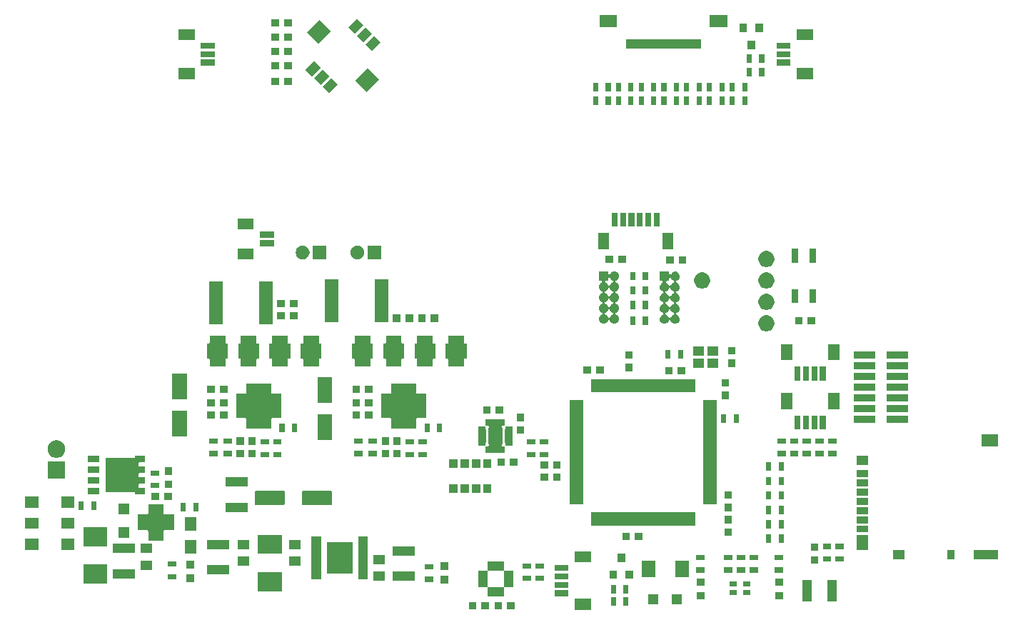
<source format=gts>
G04 #@! TF.GenerationSoftware,KiCad,Pcbnew,(5.1.6)-1*
G04 #@! TF.CreationDate,2021-05-12T17:59:23+09:00*
G04 #@! TF.ProjectId,MainBoard_v1,4d61696e-426f-4617-9264-5f76312e6b69,rev?*
G04 #@! TF.SameCoordinates,Original*
G04 #@! TF.FileFunction,Soldermask,Top*
G04 #@! TF.FilePolarity,Negative*
%FSLAX46Y46*%
G04 Gerber Fmt 4.6, Leading zero omitted, Abs format (unit mm)*
G04 Created by KiCad (PCBNEW (5.1.6)-1) date 2021-05-12 17:59:23*
%MOMM*%
%LPD*%
G01*
G04 APERTURE LIST*
%ADD10C,0.100000*%
G04 APERTURE END LIST*
D10*
G36*
X155776000Y-137051000D02*
G01*
X153874000Y-137051000D01*
X153874000Y-135749000D01*
X155776000Y-135749000D01*
X155776000Y-137051000D01*
G37*
G36*
X146751000Y-137026000D02*
G01*
X145849000Y-137026000D01*
X145849000Y-136174000D01*
X146751000Y-136174000D01*
X146751000Y-137026000D01*
G37*
G36*
X142201000Y-137026000D02*
G01*
X141299000Y-137026000D01*
X141299000Y-136174000D01*
X142201000Y-136174000D01*
X142201000Y-137026000D01*
G37*
G36*
X145251000Y-137026000D02*
G01*
X144349000Y-137026000D01*
X144349000Y-136174000D01*
X145251000Y-136174000D01*
X145251000Y-137026000D01*
G37*
G36*
X143701000Y-137026000D02*
G01*
X142799000Y-137026000D01*
X142799000Y-136174000D01*
X143701000Y-136174000D01*
X143701000Y-137026000D01*
G37*
G36*
X160251000Y-136601000D02*
G01*
X159649000Y-136601000D01*
X159649000Y-135599000D01*
X160251000Y-135599000D01*
X160251000Y-136601000D01*
G37*
G36*
X158751000Y-136601000D02*
G01*
X158149000Y-136601000D01*
X158149000Y-135599000D01*
X158751000Y-135599000D01*
X158751000Y-136601000D01*
G37*
G36*
X163801000Y-136401000D02*
G01*
X162599000Y-136401000D01*
X162599000Y-135199000D01*
X163801000Y-135199000D01*
X163801000Y-136401000D01*
G37*
G36*
X166601000Y-136401000D02*
G01*
X165399000Y-136401000D01*
X165399000Y-135199000D01*
X166601000Y-135199000D01*
X166601000Y-136401000D01*
G37*
G36*
X181951000Y-136101000D02*
G01*
X180849000Y-136101000D01*
X180849000Y-133499000D01*
X181951000Y-133499000D01*
X181951000Y-136101000D01*
G37*
G36*
X184951000Y-136101000D02*
G01*
X183849000Y-136101000D01*
X183849000Y-133499000D01*
X184951000Y-133499000D01*
X184951000Y-136101000D01*
G37*
G36*
X178551000Y-135851000D02*
G01*
X177649000Y-135851000D01*
X177649000Y-134949000D01*
X178551000Y-134949000D01*
X178551000Y-135851000D01*
G37*
G36*
X169251000Y-135851000D02*
G01*
X168349000Y-135851000D01*
X168349000Y-134949000D01*
X169251000Y-134949000D01*
X169251000Y-135851000D01*
G37*
G36*
X145451000Y-132324001D02*
G01*
X145453402Y-132348387D01*
X145460515Y-132371836D01*
X145472066Y-132393447D01*
X145487611Y-132412389D01*
X145506553Y-132427934D01*
X145528164Y-132439485D01*
X145551613Y-132446598D01*
X145575999Y-132449000D01*
X146601000Y-132449000D01*
X146601000Y-134351000D01*
X145575999Y-134351000D01*
X145551613Y-134353402D01*
X145528164Y-134360515D01*
X145506553Y-134372066D01*
X145487611Y-134387611D01*
X145472066Y-134406553D01*
X145460515Y-134428164D01*
X145453402Y-134451613D01*
X145451000Y-134475999D01*
X145451000Y-135501000D01*
X143549000Y-135501000D01*
X143549000Y-134475999D01*
X143546598Y-134451613D01*
X143539485Y-134428164D01*
X143527934Y-134406553D01*
X143512389Y-134387611D01*
X143493447Y-134372066D01*
X143471836Y-134360515D01*
X143448387Y-134353402D01*
X143424001Y-134351000D01*
X142399000Y-134351000D01*
X142399000Y-132525999D01*
X143501000Y-132525999D01*
X143501000Y-134274001D01*
X143503402Y-134298387D01*
X143510515Y-134321836D01*
X143522066Y-134343447D01*
X143537611Y-134362389D01*
X143556553Y-134377934D01*
X143578164Y-134389485D01*
X143601613Y-134396598D01*
X143625999Y-134399000D01*
X145374001Y-134399000D01*
X145398387Y-134396598D01*
X145421836Y-134389485D01*
X145443447Y-134377934D01*
X145462389Y-134362389D01*
X145477934Y-134343447D01*
X145489485Y-134321836D01*
X145496598Y-134298387D01*
X145499000Y-134274001D01*
X145499000Y-132525999D01*
X145496598Y-132501613D01*
X145489485Y-132478164D01*
X145477934Y-132456553D01*
X145462389Y-132437611D01*
X145443447Y-132422066D01*
X145421836Y-132410515D01*
X145398387Y-132403402D01*
X145374001Y-132401000D01*
X143625999Y-132401000D01*
X143601613Y-132403402D01*
X143578164Y-132410515D01*
X143556553Y-132422066D01*
X143537611Y-132437611D01*
X143522066Y-132456553D01*
X143510515Y-132478164D01*
X143503402Y-132501613D01*
X143501000Y-132525999D01*
X142399000Y-132525999D01*
X142399000Y-132449000D01*
X143424001Y-132449000D01*
X143448387Y-132446598D01*
X143471836Y-132439485D01*
X143493447Y-132427934D01*
X143512389Y-132412389D01*
X143527934Y-132393447D01*
X143539485Y-132371836D01*
X143546598Y-132348387D01*
X143549000Y-132324001D01*
X143549000Y-131299000D01*
X145451000Y-131299000D01*
X145451000Y-132324001D01*
G37*
G36*
X153126000Y-135451000D02*
G01*
X151474000Y-135451000D01*
X151474000Y-134749000D01*
X153126000Y-134749000D01*
X153126000Y-135451000D01*
G37*
G36*
X173126000Y-135301000D02*
G01*
X172274000Y-135301000D01*
X172274000Y-134699000D01*
X173126000Y-134699000D01*
X173126000Y-135301000D01*
G37*
G36*
X174676000Y-135301000D02*
G01*
X173824000Y-135301000D01*
X173824000Y-134699000D01*
X174676000Y-134699000D01*
X174676000Y-135301000D01*
G37*
G36*
X160251000Y-135101000D02*
G01*
X159649000Y-135101000D01*
X159649000Y-134099000D01*
X160251000Y-134099000D01*
X160251000Y-135101000D01*
G37*
G36*
X158751000Y-135101000D02*
G01*
X158149000Y-135101000D01*
X158149000Y-134099000D01*
X158751000Y-134099000D01*
X158751000Y-135101000D01*
G37*
G36*
X119118000Y-134850500D02*
G01*
X116282000Y-134850500D01*
X116282000Y-132589500D01*
X119118000Y-132589500D01*
X119118000Y-134850500D01*
G37*
G36*
X153126000Y-134451000D02*
G01*
X151474000Y-134451000D01*
X151474000Y-133749000D01*
X153126000Y-133749000D01*
X153126000Y-134451000D01*
G37*
G36*
X173126000Y-134301000D02*
G01*
X172274000Y-134301000D01*
X172274000Y-133699000D01*
X173126000Y-133699000D01*
X173126000Y-134301000D01*
G37*
G36*
X174676000Y-134301000D02*
G01*
X173824000Y-134301000D01*
X173824000Y-133699000D01*
X174676000Y-133699000D01*
X174676000Y-134301000D01*
G37*
G36*
X169251000Y-134251000D02*
G01*
X168349000Y-134251000D01*
X168349000Y-133349000D01*
X169251000Y-133349000D01*
X169251000Y-134251000D01*
G37*
G36*
X178551000Y-134251000D02*
G01*
X177649000Y-134251000D01*
X177649000Y-133349000D01*
X178551000Y-133349000D01*
X178551000Y-134251000D01*
G37*
G36*
X138851000Y-133951000D02*
G01*
X137949000Y-133951000D01*
X137949000Y-133049000D01*
X138851000Y-133049000D01*
X138851000Y-133951000D01*
G37*
G36*
X98418000Y-133950500D02*
G01*
X95582000Y-133950500D01*
X95582000Y-131689500D01*
X98418000Y-131689500D01*
X98418000Y-133950500D01*
G37*
G36*
X108751000Y-133751000D02*
G01*
X107849000Y-133751000D01*
X107849000Y-132849000D01*
X108751000Y-132849000D01*
X108751000Y-133751000D01*
G37*
G36*
X137101000Y-133751000D02*
G01*
X136099000Y-133751000D01*
X136099000Y-133149000D01*
X137101000Y-133149000D01*
X137101000Y-133751000D01*
G37*
G36*
X131376000Y-133651000D02*
G01*
X130024000Y-133651000D01*
X130024000Y-132549000D01*
X131376000Y-132549000D01*
X131376000Y-133651000D01*
G37*
G36*
X150201000Y-133651000D02*
G01*
X149199000Y-133651000D01*
X149199000Y-133049000D01*
X150201000Y-133049000D01*
X150201000Y-133651000D01*
G37*
G36*
X148701000Y-133651000D02*
G01*
X147699000Y-133651000D01*
X147699000Y-133049000D01*
X148701000Y-133049000D01*
X148701000Y-133651000D01*
G37*
G36*
X134901000Y-133651000D02*
G01*
X132299000Y-133651000D01*
X132299000Y-132549000D01*
X134901000Y-132549000D01*
X134901000Y-133651000D01*
G37*
G36*
X153126000Y-133451000D02*
G01*
X151474000Y-133451000D01*
X151474000Y-132749000D01*
X153126000Y-132749000D01*
X153126000Y-133451000D01*
G37*
G36*
X106601000Y-133451000D02*
G01*
X105599000Y-133451000D01*
X105599000Y-132849000D01*
X106601000Y-132849000D01*
X106601000Y-133451000D01*
G37*
G36*
X123801000Y-133451000D02*
G01*
X122649000Y-133451000D01*
X122649000Y-128349000D01*
X123801000Y-128349000D01*
X123801000Y-133451000D01*
G37*
G36*
X129351000Y-133451000D02*
G01*
X128199000Y-133451000D01*
X128199000Y-128349000D01*
X129351000Y-128349000D01*
X129351000Y-133451000D01*
G37*
G36*
X158901000Y-133401000D02*
G01*
X157999000Y-133401000D01*
X157999000Y-132399000D01*
X158901000Y-132399000D01*
X158901000Y-133401000D01*
G37*
G36*
X160801000Y-133401000D02*
G01*
X159899000Y-133401000D01*
X159899000Y-132399000D01*
X160801000Y-132399000D01*
X160801000Y-133401000D01*
G37*
G36*
X101701000Y-133351000D02*
G01*
X99099000Y-133351000D01*
X99099000Y-132249000D01*
X101701000Y-132249000D01*
X101701000Y-133351000D01*
G37*
G36*
X163401000Y-133151000D02*
G01*
X161799000Y-133151000D01*
X161799000Y-131249000D01*
X163401000Y-131249000D01*
X163401000Y-133151000D01*
G37*
G36*
X167401000Y-133151000D02*
G01*
X165799000Y-133151000D01*
X165799000Y-131249000D01*
X167401000Y-131249000D01*
X167401000Y-133151000D01*
G37*
G36*
X112901000Y-132851000D02*
G01*
X110299000Y-132851000D01*
X110299000Y-131749000D01*
X112901000Y-131749000D01*
X112901000Y-132851000D01*
G37*
G36*
X127521000Y-132741000D02*
G01*
X124479000Y-132741000D01*
X124479000Y-129059000D01*
X127521000Y-129059000D01*
X127521000Y-132741000D01*
G37*
G36*
X178601000Y-132651000D02*
G01*
X177599000Y-132651000D01*
X177599000Y-132049000D01*
X178601000Y-132049000D01*
X178601000Y-132651000D01*
G37*
G36*
X169301000Y-132651000D02*
G01*
X168299000Y-132651000D01*
X168299000Y-132049000D01*
X169301000Y-132049000D01*
X169301000Y-132651000D01*
G37*
G36*
X172601000Y-132651000D02*
G01*
X171599000Y-132651000D01*
X171599000Y-132049000D01*
X172601000Y-132049000D01*
X172601000Y-132651000D01*
G37*
G36*
X174101000Y-132651000D02*
G01*
X173099000Y-132651000D01*
X173099000Y-132049000D01*
X174101000Y-132049000D01*
X174101000Y-132651000D01*
G37*
G36*
X175601000Y-132651000D02*
G01*
X174599000Y-132651000D01*
X174599000Y-132049000D01*
X175601000Y-132049000D01*
X175601000Y-132651000D01*
G37*
G36*
X153126000Y-132451000D02*
G01*
X151474000Y-132451000D01*
X151474000Y-131749000D01*
X153126000Y-131749000D01*
X153126000Y-132451000D01*
G37*
G36*
X138851000Y-132351000D02*
G01*
X137949000Y-132351000D01*
X137949000Y-131449000D01*
X138851000Y-131449000D01*
X138851000Y-132351000D01*
G37*
G36*
X103776000Y-132351000D02*
G01*
X102424000Y-132351000D01*
X102424000Y-131249000D01*
X103776000Y-131249000D01*
X103776000Y-132351000D01*
G37*
G36*
X137101000Y-132251000D02*
G01*
X136099000Y-132251000D01*
X136099000Y-131649000D01*
X137101000Y-131649000D01*
X137101000Y-132251000D01*
G37*
G36*
X108751000Y-132151000D02*
G01*
X107849000Y-132151000D01*
X107849000Y-131249000D01*
X108751000Y-131249000D01*
X108751000Y-132151000D01*
G37*
G36*
X150201000Y-132151000D02*
G01*
X149199000Y-132151000D01*
X149199000Y-131549000D01*
X150201000Y-131549000D01*
X150201000Y-132151000D01*
G37*
G36*
X148701000Y-132151000D02*
G01*
X147699000Y-132151000D01*
X147699000Y-131549000D01*
X148701000Y-131549000D01*
X148701000Y-132151000D01*
G37*
G36*
X106601000Y-131951000D02*
G01*
X105599000Y-131951000D01*
X105599000Y-131349000D01*
X106601000Y-131349000D01*
X106601000Y-131951000D01*
G37*
G36*
X115276000Y-131851000D02*
G01*
X113924000Y-131851000D01*
X113924000Y-130749000D01*
X115276000Y-130749000D01*
X115276000Y-131851000D01*
G37*
G36*
X121376000Y-131851000D02*
G01*
X120024000Y-131851000D01*
X120024000Y-130749000D01*
X121376000Y-130749000D01*
X121376000Y-131851000D01*
G37*
G36*
X131376000Y-131651000D02*
G01*
X130024000Y-131651000D01*
X130024000Y-130549000D01*
X131376000Y-130549000D01*
X131376000Y-131651000D01*
G37*
G36*
X182726000Y-131601000D02*
G01*
X181874000Y-131601000D01*
X181874000Y-130699000D01*
X182726000Y-130699000D01*
X182726000Y-131601000D01*
G37*
G36*
X155776000Y-131451000D02*
G01*
X153874000Y-131451000D01*
X153874000Y-130149000D01*
X155776000Y-130149000D01*
X155776000Y-131451000D01*
G37*
G36*
X159851000Y-131401000D02*
G01*
X158949000Y-131401000D01*
X158949000Y-130399000D01*
X159851000Y-130399000D01*
X159851000Y-131401000D01*
G37*
G36*
X185801000Y-131351000D02*
G01*
X184799000Y-131351000D01*
X184799000Y-130749000D01*
X185801000Y-130749000D01*
X185801000Y-131351000D01*
G37*
G36*
X184301000Y-131351000D02*
G01*
X183299000Y-131351000D01*
X183299000Y-130749000D01*
X184301000Y-130749000D01*
X184301000Y-131351000D01*
G37*
G36*
X178601000Y-131151000D02*
G01*
X177599000Y-131151000D01*
X177599000Y-130549000D01*
X178601000Y-130549000D01*
X178601000Y-131151000D01*
G37*
G36*
X175601000Y-131151000D02*
G01*
X174599000Y-131151000D01*
X174599000Y-130549000D01*
X175601000Y-130549000D01*
X175601000Y-131151000D01*
G37*
G36*
X174101000Y-131151000D02*
G01*
X173099000Y-131151000D01*
X173099000Y-130549000D01*
X174101000Y-130549000D01*
X174101000Y-131151000D01*
G37*
G36*
X169301000Y-131151000D02*
G01*
X168299000Y-131151000D01*
X168299000Y-130549000D01*
X169301000Y-130549000D01*
X169301000Y-131151000D01*
G37*
G36*
X172601000Y-131151000D02*
G01*
X171599000Y-131151000D01*
X171599000Y-130549000D01*
X172601000Y-130549000D01*
X172601000Y-131151000D01*
G37*
G36*
X204101000Y-131051000D02*
G01*
X201199000Y-131051000D01*
X201199000Y-129949000D01*
X204101000Y-129949000D01*
X204101000Y-131051000D01*
G37*
G36*
X198951000Y-131051000D02*
G01*
X198049000Y-131051000D01*
X198049000Y-129949000D01*
X198951000Y-129949000D01*
X198951000Y-131051000D01*
G37*
G36*
X192951000Y-131051000D02*
G01*
X191649000Y-131051000D01*
X191649000Y-129949000D01*
X192951000Y-129949000D01*
X192951000Y-131051000D01*
G37*
G36*
X134901000Y-130651000D02*
G01*
X132299000Y-130651000D01*
X132299000Y-129549000D01*
X134901000Y-129549000D01*
X134901000Y-130651000D01*
G37*
G36*
X119118000Y-130430500D02*
G01*
X116282000Y-130430500D01*
X116282000Y-128169500D01*
X119118000Y-128169500D01*
X119118000Y-130430500D01*
G37*
G36*
X108951000Y-130401000D02*
G01*
X107649000Y-130401000D01*
X107649000Y-128799000D01*
X108951000Y-128799000D01*
X108951000Y-130401000D01*
G37*
G36*
X103776000Y-130351000D02*
G01*
X102424000Y-130351000D01*
X102424000Y-129249000D01*
X103776000Y-129249000D01*
X103776000Y-130351000D01*
G37*
G36*
X101701000Y-130351000D02*
G01*
X99099000Y-130351000D01*
X99099000Y-129249000D01*
X101701000Y-129249000D01*
X101701000Y-130351000D01*
G37*
G36*
X182726000Y-130101000D02*
G01*
X181874000Y-130101000D01*
X181874000Y-129199000D01*
X182726000Y-129199000D01*
X182726000Y-130101000D01*
G37*
G36*
X94551000Y-129951000D02*
G01*
X92949000Y-129951000D01*
X92949000Y-128649000D01*
X94551000Y-128649000D01*
X94551000Y-129951000D01*
G37*
G36*
X188651000Y-129951000D02*
G01*
X187349000Y-129951000D01*
X187349000Y-128199000D01*
X188651000Y-128199000D01*
X188651000Y-129951000D01*
G37*
G36*
X90251000Y-129951000D02*
G01*
X88649000Y-129951000D01*
X88649000Y-128649000D01*
X90251000Y-128649000D01*
X90251000Y-129951000D01*
G37*
G36*
X185801000Y-129851000D02*
G01*
X184799000Y-129851000D01*
X184799000Y-129249000D01*
X185801000Y-129249000D01*
X185801000Y-129851000D01*
G37*
G36*
X184301000Y-129851000D02*
G01*
X183299000Y-129851000D01*
X183299000Y-129249000D01*
X184301000Y-129249000D01*
X184301000Y-129851000D01*
G37*
G36*
X121376000Y-129851000D02*
G01*
X120024000Y-129851000D01*
X120024000Y-128749000D01*
X121376000Y-128749000D01*
X121376000Y-129851000D01*
G37*
G36*
X115276000Y-129851000D02*
G01*
X113924000Y-129851000D01*
X113924000Y-128749000D01*
X115276000Y-128749000D01*
X115276000Y-129851000D01*
G37*
G36*
X112901000Y-129851000D02*
G01*
X110299000Y-129851000D01*
X110299000Y-128749000D01*
X112901000Y-128749000D01*
X112901000Y-129851000D01*
G37*
G36*
X98418000Y-129530500D02*
G01*
X95582000Y-129530500D01*
X95582000Y-127269500D01*
X98418000Y-127269500D01*
X98418000Y-129530500D01*
G37*
G36*
X178651000Y-129101000D02*
G01*
X178049000Y-129101000D01*
X178049000Y-128099000D01*
X178651000Y-128099000D01*
X178651000Y-129101000D01*
G37*
G36*
X177151000Y-129101000D02*
G01*
X176549000Y-129101000D01*
X176549000Y-128099000D01*
X177151000Y-128099000D01*
X177151000Y-129101000D01*
G37*
G36*
X105121000Y-125654001D02*
G01*
X105123402Y-125678387D01*
X105130515Y-125701836D01*
X105142066Y-125723447D01*
X105157611Y-125742389D01*
X105176553Y-125757934D01*
X105198164Y-125769485D01*
X105221613Y-125776598D01*
X105245999Y-125779000D01*
X106351000Y-125779000D01*
X106351000Y-127621000D01*
X105245999Y-127621000D01*
X105221613Y-127623402D01*
X105198164Y-127630515D01*
X105176553Y-127642066D01*
X105157611Y-127657611D01*
X105142066Y-127676553D01*
X105130515Y-127698164D01*
X105123402Y-127721613D01*
X105121000Y-127745999D01*
X105121000Y-128851000D01*
X103279000Y-128851000D01*
X103279000Y-127745999D01*
X103276598Y-127721613D01*
X103269485Y-127698164D01*
X103257934Y-127676553D01*
X103242389Y-127657611D01*
X103223447Y-127642066D01*
X103201836Y-127630515D01*
X103178387Y-127623402D01*
X103154001Y-127621000D01*
X102049000Y-127621000D01*
X102049000Y-125779000D01*
X103154001Y-125779000D01*
X103178387Y-125776598D01*
X103201836Y-125769485D01*
X103223447Y-125757934D01*
X103242389Y-125742389D01*
X103257934Y-125723447D01*
X103269485Y-125701836D01*
X103276598Y-125678387D01*
X103279000Y-125654001D01*
X103279000Y-124549000D01*
X105121000Y-124549000D01*
X105121000Y-125654001D01*
G37*
G36*
X160401000Y-128826000D02*
G01*
X159499000Y-128826000D01*
X159499000Y-127974000D01*
X160401000Y-127974000D01*
X160401000Y-128826000D01*
G37*
G36*
X161901000Y-128826000D02*
G01*
X160999000Y-128826000D01*
X160999000Y-127974000D01*
X161901000Y-127974000D01*
X161901000Y-128826000D01*
G37*
G36*
X101001000Y-128501000D02*
G01*
X99799000Y-128501000D01*
X99799000Y-127299000D01*
X101001000Y-127299000D01*
X101001000Y-128501000D01*
G37*
G36*
X172526000Y-128301000D02*
G01*
X171674000Y-128301000D01*
X171674000Y-127399000D01*
X172526000Y-127399000D01*
X172526000Y-128301000D01*
G37*
G36*
X188651000Y-127901000D02*
G01*
X187349000Y-127901000D01*
X187349000Y-127099000D01*
X188651000Y-127099000D01*
X188651000Y-127901000D01*
G37*
G36*
X108951000Y-127701000D02*
G01*
X107649000Y-127701000D01*
X107649000Y-126099000D01*
X108951000Y-126099000D01*
X108951000Y-127701000D01*
G37*
G36*
X94551000Y-127451000D02*
G01*
X92949000Y-127451000D01*
X92949000Y-126149000D01*
X94551000Y-126149000D01*
X94551000Y-127451000D01*
G37*
G36*
X90251000Y-127451000D02*
G01*
X88649000Y-127451000D01*
X88649000Y-126149000D01*
X90251000Y-126149000D01*
X90251000Y-127451000D01*
G37*
G36*
X177151000Y-127401000D02*
G01*
X176549000Y-127401000D01*
X176549000Y-126399000D01*
X177151000Y-126399000D01*
X177151000Y-127401000D01*
G37*
G36*
X178651000Y-127401000D02*
G01*
X178049000Y-127401000D01*
X178049000Y-126399000D01*
X178651000Y-126399000D01*
X178651000Y-127401000D01*
G37*
G36*
X168191000Y-127101000D02*
G01*
X155809000Y-127101000D01*
X155809000Y-125499000D01*
X168191000Y-125499000D01*
X168191000Y-127101000D01*
G37*
G36*
X172526000Y-126801000D02*
G01*
X171674000Y-126801000D01*
X171674000Y-125899000D01*
X172526000Y-125899000D01*
X172526000Y-126801000D01*
G37*
G36*
X188651000Y-126801000D02*
G01*
X187349000Y-126801000D01*
X187349000Y-125999000D01*
X188651000Y-125999000D01*
X188651000Y-126801000D01*
G37*
G36*
X188651000Y-125701000D02*
G01*
X187349000Y-125701000D01*
X187349000Y-124899000D01*
X188651000Y-124899000D01*
X188651000Y-125701000D01*
G37*
G36*
X178651000Y-125701000D02*
G01*
X178049000Y-125701000D01*
X178049000Y-124699000D01*
X178651000Y-124699000D01*
X178651000Y-125701000D01*
G37*
G36*
X101001000Y-125701000D02*
G01*
X99799000Y-125701000D01*
X99799000Y-124499000D01*
X101001000Y-124499000D01*
X101001000Y-125701000D01*
G37*
G36*
X177151000Y-125701000D02*
G01*
X176549000Y-125701000D01*
X176549000Y-124699000D01*
X177151000Y-124699000D01*
X177151000Y-125701000D01*
G37*
G36*
X115101000Y-125451000D02*
G01*
X112499000Y-125451000D01*
X112499000Y-124349000D01*
X115101000Y-124349000D01*
X115101000Y-125451000D01*
G37*
G36*
X109251000Y-125401000D02*
G01*
X108649000Y-125401000D01*
X108649000Y-124399000D01*
X109251000Y-124399000D01*
X109251000Y-125401000D01*
G37*
G36*
X107751000Y-125401000D02*
G01*
X107149000Y-125401000D01*
X107149000Y-124399000D01*
X107751000Y-124399000D01*
X107751000Y-125401000D01*
G37*
G36*
X172526000Y-125401000D02*
G01*
X171674000Y-125401000D01*
X171674000Y-124499000D01*
X172526000Y-124499000D01*
X172526000Y-125401000D01*
G37*
G36*
X95651000Y-125201000D02*
G01*
X95049000Y-125201000D01*
X95049000Y-124199000D01*
X95651000Y-124199000D01*
X95651000Y-125201000D01*
G37*
G36*
X97151000Y-125201000D02*
G01*
X96549000Y-125201000D01*
X96549000Y-124199000D01*
X97151000Y-124199000D01*
X97151000Y-125201000D01*
G37*
G36*
X94551000Y-124951000D02*
G01*
X92949000Y-124951000D01*
X92949000Y-123649000D01*
X94551000Y-123649000D01*
X94551000Y-124951000D01*
G37*
G36*
X90251000Y-124951000D02*
G01*
X88649000Y-124951000D01*
X88649000Y-123649000D01*
X90251000Y-123649000D01*
X90251000Y-124951000D01*
G37*
G36*
X124955997Y-122953051D02*
G01*
X124989652Y-122963261D01*
X125020665Y-122979838D01*
X125047851Y-123002149D01*
X125070162Y-123029335D01*
X125086739Y-123060348D01*
X125096949Y-123094003D01*
X125101000Y-123135138D01*
X125101000Y-124464862D01*
X125096949Y-124505997D01*
X125086739Y-124539652D01*
X125070162Y-124570665D01*
X125047851Y-124597851D01*
X125020665Y-124620162D01*
X124989652Y-124636739D01*
X124955997Y-124646949D01*
X124914862Y-124651000D01*
X121685138Y-124651000D01*
X121644003Y-124646949D01*
X121610348Y-124636739D01*
X121579335Y-124620162D01*
X121552149Y-124597851D01*
X121529838Y-124570665D01*
X121513261Y-124539652D01*
X121503051Y-124505997D01*
X121499000Y-124464862D01*
X121499000Y-123135138D01*
X121503051Y-123094003D01*
X121513261Y-123060348D01*
X121529838Y-123029335D01*
X121552149Y-123002149D01*
X121579335Y-122979838D01*
X121610348Y-122963261D01*
X121644003Y-122953051D01*
X121685138Y-122949000D01*
X124914862Y-122949000D01*
X124955997Y-122953051D01*
G37*
G36*
X119355997Y-122953051D02*
G01*
X119389652Y-122963261D01*
X119420665Y-122979838D01*
X119447851Y-123002149D01*
X119470162Y-123029335D01*
X119486739Y-123060348D01*
X119496949Y-123094003D01*
X119501000Y-123135138D01*
X119501000Y-124464862D01*
X119496949Y-124505997D01*
X119486739Y-124539652D01*
X119470162Y-124570665D01*
X119447851Y-124597851D01*
X119420665Y-124620162D01*
X119389652Y-124636739D01*
X119355997Y-124646949D01*
X119314862Y-124651000D01*
X116085138Y-124651000D01*
X116044003Y-124646949D01*
X116010348Y-124636739D01*
X115979335Y-124620162D01*
X115952149Y-124597851D01*
X115929838Y-124570665D01*
X115913261Y-124539652D01*
X115903051Y-124505997D01*
X115899000Y-124464862D01*
X115899000Y-123135138D01*
X115903051Y-123094003D01*
X115913261Y-123060348D01*
X115929838Y-123029335D01*
X115952149Y-123002149D01*
X115979335Y-122979838D01*
X116010348Y-122963261D01*
X116044003Y-122953051D01*
X116085138Y-122949000D01*
X119314862Y-122949000D01*
X119355997Y-122953051D01*
G37*
G36*
X188651000Y-124601000D02*
G01*
X187349000Y-124601000D01*
X187349000Y-123799000D01*
X188651000Y-123799000D01*
X188651000Y-124601000D01*
G37*
G36*
X154901000Y-124591000D02*
G01*
X153299000Y-124591000D01*
X153299000Y-112209000D01*
X154901000Y-112209000D01*
X154901000Y-124591000D01*
G37*
G36*
X170701000Y-124591000D02*
G01*
X169099000Y-124591000D01*
X169099000Y-112209000D01*
X170701000Y-112209000D01*
X170701000Y-124591000D01*
G37*
G36*
X106101000Y-124026000D02*
G01*
X105199000Y-124026000D01*
X105199000Y-123174000D01*
X106101000Y-123174000D01*
X106101000Y-124026000D01*
G37*
G36*
X104601000Y-124026000D02*
G01*
X103699000Y-124026000D01*
X103699000Y-123174000D01*
X104601000Y-123174000D01*
X104601000Y-124026000D01*
G37*
G36*
X178651000Y-124001000D02*
G01*
X178049000Y-124001000D01*
X178049000Y-122999000D01*
X178651000Y-122999000D01*
X178651000Y-124001000D01*
G37*
G36*
X177151000Y-124001000D02*
G01*
X176549000Y-124001000D01*
X176549000Y-122999000D01*
X177151000Y-122999000D01*
X177151000Y-124001000D01*
G37*
G36*
X172526000Y-123901000D02*
G01*
X171674000Y-123901000D01*
X171674000Y-122999000D01*
X172526000Y-122999000D01*
X172526000Y-123901000D01*
G37*
G36*
X188651000Y-123501000D02*
G01*
X187349000Y-123501000D01*
X187349000Y-122699000D01*
X188651000Y-122699000D01*
X188651000Y-123501000D01*
G37*
G36*
X97516000Y-123361000D02*
G01*
X96144000Y-123361000D01*
X96144000Y-122649000D01*
X97516000Y-122649000D01*
X97516000Y-123361000D01*
G37*
G36*
X102856000Y-119551000D02*
G01*
X102270999Y-119551000D01*
X102246613Y-119553402D01*
X102223164Y-119560515D01*
X102201553Y-119572066D01*
X102182611Y-119587611D01*
X102167066Y-119606553D01*
X102155515Y-119628164D01*
X102148402Y-119651613D01*
X102146000Y-119675999D01*
X102146000Y-119984001D01*
X102148402Y-120008387D01*
X102155515Y-120031836D01*
X102167066Y-120053447D01*
X102182611Y-120072389D01*
X102201553Y-120087934D01*
X102223164Y-120099485D01*
X102246613Y-120106598D01*
X102270999Y-120109000D01*
X102856000Y-120109000D01*
X102856000Y-120821000D01*
X102270999Y-120821000D01*
X102246613Y-120823402D01*
X102223164Y-120830515D01*
X102201553Y-120842066D01*
X102182611Y-120857611D01*
X102167066Y-120876553D01*
X102155515Y-120898164D01*
X102148402Y-120921613D01*
X102146000Y-120945999D01*
X102146000Y-121254001D01*
X102148402Y-121278387D01*
X102155515Y-121301836D01*
X102167066Y-121323447D01*
X102182611Y-121342389D01*
X102201553Y-121357934D01*
X102223164Y-121369485D01*
X102246613Y-121376598D01*
X102270999Y-121379000D01*
X102856000Y-121379000D01*
X102856000Y-122091000D01*
X102270999Y-122091000D01*
X102246613Y-122093402D01*
X102223164Y-122100515D01*
X102201553Y-122112066D01*
X102182611Y-122127611D01*
X102167066Y-122146553D01*
X102155515Y-122168164D01*
X102148402Y-122191613D01*
X102146000Y-122215999D01*
X102146000Y-122524001D01*
X102148402Y-122548387D01*
X102155515Y-122571836D01*
X102167066Y-122593447D01*
X102182611Y-122612389D01*
X102201553Y-122627934D01*
X102223164Y-122639485D01*
X102246613Y-122646598D01*
X102270999Y-122649000D01*
X102856000Y-122649000D01*
X102856000Y-123361000D01*
X101734000Y-123361000D01*
X101734000Y-123230999D01*
X101731598Y-123206613D01*
X101724485Y-123183164D01*
X101712934Y-123161553D01*
X101697389Y-123142611D01*
X101678447Y-123127066D01*
X101656836Y-123115515D01*
X101633387Y-123108402D01*
X101609001Y-123106000D01*
X98234000Y-123106000D01*
X98234000Y-119094000D01*
X101609001Y-119094000D01*
X101633387Y-119091598D01*
X101656836Y-119084485D01*
X101678447Y-119072934D01*
X101697389Y-119057389D01*
X101712934Y-119038447D01*
X101724485Y-119016836D01*
X101731598Y-118993387D01*
X101734000Y-118969001D01*
X101734000Y-118839000D01*
X102856000Y-118839000D01*
X102856000Y-119551000D01*
G37*
G36*
X141341000Y-123201000D02*
G01*
X140339000Y-123201000D01*
X140339000Y-122199000D01*
X141341000Y-122199000D01*
X141341000Y-123201000D01*
G37*
G36*
X140001000Y-123201000D02*
G01*
X138999000Y-123201000D01*
X138999000Y-122199000D01*
X140001000Y-122199000D01*
X140001000Y-123201000D01*
G37*
G36*
X142661000Y-123201000D02*
G01*
X141659000Y-123201000D01*
X141659000Y-122199000D01*
X142661000Y-122199000D01*
X142661000Y-123201000D01*
G37*
G36*
X144001000Y-123201000D02*
G01*
X142999000Y-123201000D01*
X142999000Y-122199000D01*
X144001000Y-122199000D01*
X144001000Y-123201000D01*
G37*
G36*
X106151000Y-122651000D02*
G01*
X105249000Y-122651000D01*
X105249000Y-121749000D01*
X106151000Y-121749000D01*
X106151000Y-122651000D01*
G37*
G36*
X104601000Y-122651000D02*
G01*
X103599000Y-122651000D01*
X103599000Y-122049000D01*
X104601000Y-122049000D01*
X104601000Y-122651000D01*
G37*
G36*
X115101000Y-122451000D02*
G01*
X112499000Y-122451000D01*
X112499000Y-121349000D01*
X115101000Y-121349000D01*
X115101000Y-122451000D01*
G37*
G36*
X188651000Y-122401000D02*
G01*
X187349000Y-122401000D01*
X187349000Y-121599000D01*
X188651000Y-121599000D01*
X188651000Y-122401000D01*
G37*
G36*
X178651000Y-122301000D02*
G01*
X178049000Y-122301000D01*
X178049000Y-121299000D01*
X178651000Y-121299000D01*
X178651000Y-122301000D01*
G37*
G36*
X177151000Y-122301000D02*
G01*
X176549000Y-122301000D01*
X176549000Y-121299000D01*
X177151000Y-121299000D01*
X177151000Y-122301000D01*
G37*
G36*
X97516000Y-122091000D02*
G01*
X96144000Y-122091000D01*
X96144000Y-121379000D01*
X97516000Y-121379000D01*
X97516000Y-122091000D01*
G37*
G36*
X152201000Y-121726000D02*
G01*
X151299000Y-121726000D01*
X151299000Y-120874000D01*
X152201000Y-120874000D01*
X152201000Y-121726000D01*
G37*
G36*
X150701000Y-121726000D02*
G01*
X149799000Y-121726000D01*
X149799000Y-120874000D01*
X150701000Y-120874000D01*
X150701000Y-121726000D01*
G37*
G36*
X93451000Y-121551000D02*
G01*
X91349000Y-121551000D01*
X91349000Y-119449000D01*
X93451000Y-119449000D01*
X93451000Y-121551000D01*
G37*
G36*
X188651000Y-121301000D02*
G01*
X187349000Y-121301000D01*
X187349000Y-120499000D01*
X188651000Y-120499000D01*
X188651000Y-121301000D01*
G37*
G36*
X104601000Y-121151000D02*
G01*
X103599000Y-121151000D01*
X103599000Y-120549000D01*
X104601000Y-120549000D01*
X104601000Y-121151000D01*
G37*
G36*
X106151000Y-121051000D02*
G01*
X105249000Y-121051000D01*
X105249000Y-120149000D01*
X106151000Y-120149000D01*
X106151000Y-121051000D01*
G37*
G36*
X97516000Y-120821000D02*
G01*
X96144000Y-120821000D01*
X96144000Y-120109000D01*
X97516000Y-120109000D01*
X97516000Y-120821000D01*
G37*
G36*
X178651000Y-120601000D02*
G01*
X178049000Y-120601000D01*
X178049000Y-119599000D01*
X178651000Y-119599000D01*
X178651000Y-120601000D01*
G37*
G36*
X177151000Y-120601000D02*
G01*
X176549000Y-120601000D01*
X176549000Y-119599000D01*
X177151000Y-119599000D01*
X177151000Y-120601000D01*
G37*
G36*
X150701000Y-120326000D02*
G01*
X149799000Y-120326000D01*
X149799000Y-119474000D01*
X150701000Y-119474000D01*
X150701000Y-120326000D01*
G37*
G36*
X152201000Y-120326000D02*
G01*
X151299000Y-120326000D01*
X151299000Y-119474000D01*
X152201000Y-119474000D01*
X152201000Y-120326000D01*
G37*
G36*
X142661000Y-120201000D02*
G01*
X141659000Y-120201000D01*
X141659000Y-119199000D01*
X142661000Y-119199000D01*
X142661000Y-120201000D01*
G37*
G36*
X140001000Y-120201000D02*
G01*
X138999000Y-120201000D01*
X138999000Y-119199000D01*
X140001000Y-119199000D01*
X140001000Y-120201000D01*
G37*
G36*
X144001000Y-120201000D02*
G01*
X142999000Y-120201000D01*
X142999000Y-119199000D01*
X144001000Y-119199000D01*
X144001000Y-120201000D01*
G37*
G36*
X141341000Y-120201000D02*
G01*
X140339000Y-120201000D01*
X140339000Y-119199000D01*
X141341000Y-119199000D01*
X141341000Y-120201000D01*
G37*
G36*
X145601000Y-120026000D02*
G01*
X144699000Y-120026000D01*
X144699000Y-119174000D01*
X145601000Y-119174000D01*
X145601000Y-120026000D01*
G37*
G36*
X147101000Y-120026000D02*
G01*
X146199000Y-120026000D01*
X146199000Y-119174000D01*
X147101000Y-119174000D01*
X147101000Y-120026000D01*
G37*
G36*
X188651000Y-119901000D02*
G01*
X187349000Y-119901000D01*
X187349000Y-118799000D01*
X188651000Y-118799000D01*
X188651000Y-119901000D01*
G37*
G36*
X97516000Y-119551000D02*
G01*
X96144000Y-119551000D01*
X96144000Y-118839000D01*
X97516000Y-118839000D01*
X97516000Y-119551000D01*
G37*
G36*
X92706564Y-116989389D02*
G01*
X92897833Y-117068615D01*
X92897835Y-117068616D01*
X93069973Y-117183635D01*
X93216365Y-117330027D01*
X93330606Y-117501000D01*
X93331385Y-117502167D01*
X93410611Y-117693436D01*
X93451000Y-117896484D01*
X93451000Y-118103516D01*
X93410611Y-118306564D01*
X93331385Y-118497833D01*
X93331384Y-118497835D01*
X93216365Y-118669973D01*
X93069973Y-118816365D01*
X92897835Y-118931384D01*
X92897834Y-118931385D01*
X92897833Y-118931385D01*
X92706564Y-119010611D01*
X92503516Y-119051000D01*
X92296484Y-119051000D01*
X92093436Y-119010611D01*
X91902167Y-118931385D01*
X91902166Y-118931385D01*
X91902165Y-118931384D01*
X91730027Y-118816365D01*
X91583635Y-118669973D01*
X91468616Y-118497835D01*
X91468615Y-118497833D01*
X91389389Y-118306564D01*
X91349000Y-118103516D01*
X91349000Y-117896484D01*
X91389389Y-117693436D01*
X91468615Y-117502167D01*
X91469395Y-117501000D01*
X91583635Y-117330027D01*
X91730027Y-117183635D01*
X91902165Y-117068616D01*
X91902167Y-117068615D01*
X92093436Y-116989389D01*
X92296484Y-116949000D01*
X92503516Y-116949000D01*
X92706564Y-116989389D01*
G37*
G36*
X114626000Y-119001000D02*
G01*
X113774000Y-119001000D01*
X113774000Y-118099000D01*
X114626000Y-118099000D01*
X114626000Y-119001000D01*
G37*
G36*
X116026000Y-119001000D02*
G01*
X115174000Y-119001000D01*
X115174000Y-118099000D01*
X116026000Y-118099000D01*
X116026000Y-119001000D01*
G37*
G36*
X133226000Y-119001000D02*
G01*
X132374000Y-119001000D01*
X132374000Y-118099000D01*
X133226000Y-118099000D01*
X133226000Y-119001000D01*
G37*
G36*
X131826000Y-119001000D02*
G01*
X130974000Y-119001000D01*
X130974000Y-118099000D01*
X131826000Y-118099000D01*
X131826000Y-119001000D01*
G37*
G36*
X136301000Y-118951000D02*
G01*
X135299000Y-118951000D01*
X135299000Y-118349000D01*
X136301000Y-118349000D01*
X136301000Y-118951000D01*
G37*
G36*
X149201000Y-118951000D02*
G01*
X148199000Y-118951000D01*
X148199000Y-118349000D01*
X149201000Y-118349000D01*
X149201000Y-118951000D01*
G37*
G36*
X119101000Y-118951000D02*
G01*
X118099000Y-118951000D01*
X118099000Y-118349000D01*
X119101000Y-118349000D01*
X119101000Y-118951000D01*
G37*
G36*
X150701000Y-118951000D02*
G01*
X149699000Y-118951000D01*
X149699000Y-118349000D01*
X150701000Y-118349000D01*
X150701000Y-118951000D01*
G37*
G36*
X134801000Y-118951000D02*
G01*
X133799000Y-118951000D01*
X133799000Y-118349000D01*
X134801000Y-118349000D01*
X134801000Y-118951000D01*
G37*
G36*
X117601000Y-118951000D02*
G01*
X116599000Y-118951000D01*
X116599000Y-118349000D01*
X117601000Y-118349000D01*
X117601000Y-118951000D01*
G37*
G36*
X184901000Y-118851000D02*
G01*
X183899000Y-118851000D01*
X183899000Y-118249000D01*
X184901000Y-118249000D01*
X184901000Y-118851000D01*
G37*
G36*
X113201000Y-118851000D02*
G01*
X112199000Y-118851000D01*
X112199000Y-118249000D01*
X113201000Y-118249000D01*
X113201000Y-118851000D01*
G37*
G36*
X111501000Y-118851000D02*
G01*
X110499000Y-118851000D01*
X110499000Y-118249000D01*
X111501000Y-118249000D01*
X111501000Y-118851000D01*
G37*
G36*
X128701000Y-118851000D02*
G01*
X127699000Y-118851000D01*
X127699000Y-118249000D01*
X128701000Y-118249000D01*
X128701000Y-118851000D01*
G37*
G36*
X130401000Y-118851000D02*
G01*
X129399000Y-118851000D01*
X129399000Y-118249000D01*
X130401000Y-118249000D01*
X130401000Y-118851000D01*
G37*
G36*
X178901000Y-118851000D02*
G01*
X177899000Y-118851000D01*
X177899000Y-118249000D01*
X178901000Y-118249000D01*
X178901000Y-118851000D01*
G37*
G36*
X180401000Y-118851000D02*
G01*
X179399000Y-118851000D01*
X179399000Y-118249000D01*
X180401000Y-118249000D01*
X180401000Y-118851000D01*
G37*
G36*
X183401000Y-118851000D02*
G01*
X182399000Y-118851000D01*
X182399000Y-118249000D01*
X183401000Y-118249000D01*
X183401000Y-118851000D01*
G37*
G36*
X181901000Y-118851000D02*
G01*
X180899000Y-118851000D01*
X180899000Y-118249000D01*
X181901000Y-118249000D01*
X181901000Y-118851000D01*
G37*
G36*
X145611000Y-115189001D02*
G01*
X145613402Y-115213387D01*
X145620515Y-115236836D01*
X145632066Y-115258447D01*
X145647611Y-115277389D01*
X145666553Y-115292934D01*
X145688164Y-115304485D01*
X145711613Y-115311598D01*
X145735999Y-115314000D01*
X146471000Y-115314000D01*
X146471000Y-117616000D01*
X145735999Y-117616000D01*
X145711613Y-117618402D01*
X145688164Y-117625515D01*
X145666553Y-117637066D01*
X145647611Y-117652611D01*
X145632066Y-117671553D01*
X145620515Y-117693164D01*
X145613402Y-117716613D01*
X145611000Y-117740999D01*
X145611000Y-118476000D01*
X143309000Y-118476000D01*
X143309000Y-117740999D01*
X143306598Y-117716613D01*
X143299485Y-117693164D01*
X143287934Y-117671553D01*
X143272389Y-117652611D01*
X143253447Y-117637066D01*
X143231836Y-117625515D01*
X143208387Y-117618402D01*
X143184001Y-117616000D01*
X142449000Y-117616000D01*
X142449000Y-115380999D01*
X143251000Y-115380999D01*
X143251000Y-115589001D01*
X143253402Y-115613387D01*
X143260515Y-115636836D01*
X143272066Y-115658447D01*
X143287611Y-115677389D01*
X143306553Y-115692934D01*
X143328164Y-115704485D01*
X143351000Y-115711412D01*
X143351000Y-117218588D01*
X143328164Y-117225515D01*
X143306553Y-117237066D01*
X143287611Y-117252611D01*
X143272066Y-117271553D01*
X143260515Y-117293164D01*
X143253402Y-117316613D01*
X143251000Y-117340999D01*
X143251000Y-117549001D01*
X143253402Y-117573387D01*
X143260515Y-117596836D01*
X143272066Y-117618447D01*
X143287611Y-117637389D01*
X143306553Y-117652934D01*
X143328164Y-117664485D01*
X143351613Y-117671598D01*
X143375999Y-117674000D01*
X143584001Y-117674000D01*
X143608387Y-117671598D01*
X143631836Y-117664485D01*
X143653447Y-117652934D01*
X143672389Y-117637389D01*
X143687934Y-117618447D01*
X143699485Y-117596836D01*
X143706598Y-117573387D01*
X143709000Y-117549001D01*
X143709000Y-117513499D01*
X143706598Y-117489113D01*
X143699485Y-117465664D01*
X143687934Y-117444053D01*
X143672389Y-117425111D01*
X143653447Y-117409566D01*
X143631836Y-117398015D01*
X143609000Y-117391088D01*
X143609000Y-115538912D01*
X143631836Y-115531985D01*
X143653447Y-115520434D01*
X143672389Y-115504889D01*
X143687934Y-115485947D01*
X143699485Y-115464336D01*
X143706598Y-115440887D01*
X143709000Y-115416501D01*
X143709000Y-115380999D01*
X145211000Y-115380999D01*
X145211000Y-115416501D01*
X145213402Y-115440887D01*
X145220515Y-115464336D01*
X145232066Y-115485947D01*
X145247611Y-115504889D01*
X145266553Y-115520434D01*
X145288164Y-115531985D01*
X145311000Y-115538912D01*
X145311000Y-117391088D01*
X145288164Y-117398015D01*
X145266553Y-117409566D01*
X145247611Y-117425111D01*
X145232066Y-117444053D01*
X145220515Y-117465664D01*
X145213402Y-117489113D01*
X145211000Y-117513499D01*
X145211000Y-117549001D01*
X145213402Y-117573387D01*
X145220515Y-117596836D01*
X145232066Y-117618447D01*
X145247611Y-117637389D01*
X145266553Y-117652934D01*
X145288164Y-117664485D01*
X145311613Y-117671598D01*
X145335999Y-117674000D01*
X145544001Y-117674000D01*
X145568387Y-117671598D01*
X145591836Y-117664485D01*
X145613447Y-117652934D01*
X145632389Y-117637389D01*
X145647934Y-117618447D01*
X145659485Y-117596836D01*
X145666598Y-117573387D01*
X145669000Y-117549001D01*
X145669000Y-117340999D01*
X145666598Y-117316613D01*
X145659485Y-117293164D01*
X145647934Y-117271553D01*
X145632389Y-117252611D01*
X145613447Y-117237066D01*
X145591836Y-117225515D01*
X145569000Y-117218588D01*
X145569000Y-115711412D01*
X145591836Y-115704485D01*
X145613447Y-115692934D01*
X145632389Y-115677389D01*
X145647934Y-115658447D01*
X145659485Y-115636836D01*
X145666598Y-115613387D01*
X145669000Y-115589001D01*
X145669000Y-115380999D01*
X145666598Y-115356613D01*
X145659485Y-115333164D01*
X145647934Y-115311553D01*
X145632389Y-115292611D01*
X145613447Y-115277066D01*
X145591836Y-115265515D01*
X145568387Y-115258402D01*
X145544001Y-115256000D01*
X145335999Y-115256000D01*
X145311613Y-115258402D01*
X145288164Y-115265515D01*
X145266553Y-115277066D01*
X145247611Y-115292611D01*
X145232066Y-115311553D01*
X145220515Y-115333164D01*
X145213402Y-115356613D01*
X145211000Y-115380999D01*
X143709000Y-115380999D01*
X143706598Y-115356613D01*
X143699485Y-115333164D01*
X143687934Y-115311553D01*
X143672389Y-115292611D01*
X143653447Y-115277066D01*
X143631836Y-115265515D01*
X143608387Y-115258402D01*
X143584001Y-115256000D01*
X143375999Y-115256000D01*
X143351613Y-115258402D01*
X143328164Y-115265515D01*
X143306553Y-115277066D01*
X143287611Y-115292611D01*
X143272066Y-115311553D01*
X143260515Y-115333164D01*
X143253402Y-115356613D01*
X143251000Y-115380999D01*
X142449000Y-115380999D01*
X142449000Y-115314000D01*
X143184001Y-115314000D01*
X143208387Y-115311598D01*
X143231836Y-115304485D01*
X143253447Y-115292934D01*
X143272389Y-115277389D01*
X143287934Y-115258447D01*
X143299485Y-115236836D01*
X143306598Y-115213387D01*
X143309000Y-115189001D01*
X143309000Y-114454000D01*
X145611000Y-114454000D01*
X145611000Y-115189001D01*
G37*
G36*
X204101000Y-117701000D02*
G01*
X202099000Y-117701000D01*
X202099000Y-116299000D01*
X204101000Y-116299000D01*
X204101000Y-117701000D01*
G37*
G36*
X133226000Y-117501000D02*
G01*
X132374000Y-117501000D01*
X132374000Y-116599000D01*
X133226000Y-116599000D01*
X133226000Y-117501000D01*
G37*
G36*
X131826000Y-117501000D02*
G01*
X130974000Y-117501000D01*
X130974000Y-116599000D01*
X131826000Y-116599000D01*
X131826000Y-117501000D01*
G37*
G36*
X114626000Y-117501000D02*
G01*
X113774000Y-117501000D01*
X113774000Y-116599000D01*
X114626000Y-116599000D01*
X114626000Y-117501000D01*
G37*
G36*
X116026000Y-117501000D02*
G01*
X115174000Y-117501000D01*
X115174000Y-116599000D01*
X116026000Y-116599000D01*
X116026000Y-117501000D01*
G37*
G36*
X136301000Y-117451000D02*
G01*
X135299000Y-117451000D01*
X135299000Y-116849000D01*
X136301000Y-116849000D01*
X136301000Y-117451000D01*
G37*
G36*
X150701000Y-117451000D02*
G01*
X149699000Y-117451000D01*
X149699000Y-116849000D01*
X150701000Y-116849000D01*
X150701000Y-117451000D01*
G37*
G36*
X134801000Y-117451000D02*
G01*
X133799000Y-117451000D01*
X133799000Y-116849000D01*
X134801000Y-116849000D01*
X134801000Y-117451000D01*
G37*
G36*
X149201000Y-117451000D02*
G01*
X148199000Y-117451000D01*
X148199000Y-116849000D01*
X149201000Y-116849000D01*
X149201000Y-117451000D01*
G37*
G36*
X119101000Y-117451000D02*
G01*
X118099000Y-117451000D01*
X118099000Y-116849000D01*
X119101000Y-116849000D01*
X119101000Y-117451000D01*
G37*
G36*
X117601000Y-117451000D02*
G01*
X116599000Y-117451000D01*
X116599000Y-116849000D01*
X117601000Y-116849000D01*
X117601000Y-117451000D01*
G37*
G36*
X130401000Y-117351000D02*
G01*
X129399000Y-117351000D01*
X129399000Y-116749000D01*
X130401000Y-116749000D01*
X130401000Y-117351000D01*
G37*
G36*
X183401000Y-117351000D02*
G01*
X182399000Y-117351000D01*
X182399000Y-116749000D01*
X183401000Y-116749000D01*
X183401000Y-117351000D01*
G37*
G36*
X181901000Y-117351000D02*
G01*
X180899000Y-117351000D01*
X180899000Y-116749000D01*
X181901000Y-116749000D01*
X181901000Y-117351000D01*
G37*
G36*
X180401000Y-117351000D02*
G01*
X179399000Y-117351000D01*
X179399000Y-116749000D01*
X180401000Y-116749000D01*
X180401000Y-117351000D01*
G37*
G36*
X178901000Y-117351000D02*
G01*
X177899000Y-117351000D01*
X177899000Y-116749000D01*
X178901000Y-116749000D01*
X178901000Y-117351000D01*
G37*
G36*
X184901000Y-117351000D02*
G01*
X183899000Y-117351000D01*
X183899000Y-116749000D01*
X184901000Y-116749000D01*
X184901000Y-117351000D01*
G37*
G36*
X111501000Y-117351000D02*
G01*
X110499000Y-117351000D01*
X110499000Y-116749000D01*
X111501000Y-116749000D01*
X111501000Y-117351000D01*
G37*
G36*
X113201000Y-117351000D02*
G01*
X112199000Y-117351000D01*
X112199000Y-116749000D01*
X113201000Y-116749000D01*
X113201000Y-117351000D01*
G37*
G36*
X128701000Y-117351000D02*
G01*
X127699000Y-117351000D01*
X127699000Y-116749000D01*
X128701000Y-116749000D01*
X128701000Y-117351000D01*
G37*
G36*
X125051000Y-116951000D02*
G01*
X123349000Y-116951000D01*
X123349000Y-113849000D01*
X125051000Y-113849000D01*
X125051000Y-116951000D01*
G37*
G36*
X107851000Y-116551000D02*
G01*
X106149000Y-116551000D01*
X106149000Y-113449000D01*
X107851000Y-113449000D01*
X107851000Y-116551000D01*
G37*
G36*
X147826000Y-116201000D02*
G01*
X146974000Y-116201000D01*
X146974000Y-115299000D01*
X147826000Y-115299000D01*
X147826000Y-116201000D01*
G37*
G36*
X138151000Y-116001000D02*
G01*
X137549000Y-116001000D01*
X137549000Y-114999000D01*
X138151000Y-114999000D01*
X138151000Y-116001000D01*
G37*
G36*
X119451000Y-116001000D02*
G01*
X118849000Y-116001000D01*
X118849000Y-114999000D01*
X119451000Y-114999000D01*
X119451000Y-116001000D01*
G37*
G36*
X136651000Y-116001000D02*
G01*
X136049000Y-116001000D01*
X136049000Y-114999000D01*
X136651000Y-114999000D01*
X136651000Y-116001000D01*
G37*
G36*
X120951000Y-116001000D02*
G01*
X120349000Y-116001000D01*
X120349000Y-114999000D01*
X120951000Y-114999000D01*
X120951000Y-116001000D01*
G37*
G36*
X183651000Y-115688500D02*
G01*
X182949000Y-115688500D01*
X182949000Y-114036500D01*
X183651000Y-114036500D01*
X183651000Y-115688500D01*
G37*
G36*
X181651000Y-115688500D02*
G01*
X180949000Y-115688500D01*
X180949000Y-114036500D01*
X181651000Y-114036500D01*
X181651000Y-115688500D01*
G37*
G36*
X180651000Y-115688500D02*
G01*
X179949000Y-115688500D01*
X179949000Y-114036500D01*
X180651000Y-114036500D01*
X180651000Y-115688500D01*
G37*
G36*
X182651000Y-115688500D02*
G01*
X181949000Y-115688500D01*
X181949000Y-114036500D01*
X182651000Y-114036500D01*
X182651000Y-115688500D01*
G37*
G36*
X135051000Y-111324001D02*
G01*
X135053402Y-111348387D01*
X135060515Y-111371836D01*
X135072066Y-111393447D01*
X135087611Y-111412389D01*
X135106553Y-111427934D01*
X135128164Y-111439485D01*
X135151613Y-111446598D01*
X135175999Y-111449000D01*
X136251000Y-111449000D01*
X136251000Y-114351000D01*
X135175999Y-114351000D01*
X135151613Y-114353402D01*
X135128164Y-114360515D01*
X135106553Y-114372066D01*
X135087611Y-114387611D01*
X135072066Y-114406553D01*
X135060515Y-114428164D01*
X135053402Y-114451613D01*
X135051000Y-114475999D01*
X135051000Y-115551000D01*
X132149000Y-115551000D01*
X132149000Y-114475999D01*
X132146598Y-114451613D01*
X132139485Y-114428164D01*
X132127934Y-114406553D01*
X132112389Y-114387611D01*
X132093447Y-114372066D01*
X132071836Y-114360515D01*
X132048387Y-114353402D01*
X132024001Y-114351000D01*
X130949000Y-114351000D01*
X130949000Y-111449000D01*
X132024001Y-111449000D01*
X132048387Y-111446598D01*
X132071836Y-111439485D01*
X132093447Y-111427934D01*
X132112389Y-111412389D01*
X132127934Y-111393447D01*
X132139485Y-111371836D01*
X132146598Y-111348387D01*
X132149000Y-111324001D01*
X132149000Y-110249000D01*
X135051000Y-110249000D01*
X135051000Y-111324001D01*
G37*
G36*
X117851000Y-111324001D02*
G01*
X117853402Y-111348387D01*
X117860515Y-111371836D01*
X117872066Y-111393447D01*
X117887611Y-111412389D01*
X117906553Y-111427934D01*
X117928164Y-111439485D01*
X117951613Y-111446598D01*
X117975999Y-111449000D01*
X119051000Y-111449000D01*
X119051000Y-114351000D01*
X117975999Y-114351000D01*
X117951613Y-114353402D01*
X117928164Y-114360515D01*
X117906553Y-114372066D01*
X117887611Y-114387611D01*
X117872066Y-114406553D01*
X117860515Y-114428164D01*
X117853402Y-114451613D01*
X117851000Y-114475999D01*
X117851000Y-115551000D01*
X114949000Y-115551000D01*
X114949000Y-114475999D01*
X114946598Y-114451613D01*
X114939485Y-114428164D01*
X114927934Y-114406553D01*
X114912389Y-114387611D01*
X114893447Y-114372066D01*
X114871836Y-114360515D01*
X114848387Y-114353402D01*
X114824001Y-114351000D01*
X113749000Y-114351000D01*
X113749000Y-111449000D01*
X114824001Y-111449000D01*
X114848387Y-111446598D01*
X114871836Y-111439485D01*
X114893447Y-111427934D01*
X114912389Y-111412389D01*
X114927934Y-111393447D01*
X114939485Y-111371836D01*
X114946598Y-111348387D01*
X114949000Y-111324001D01*
X114949000Y-110249000D01*
X117851000Y-110249000D01*
X117851000Y-111324001D01*
G37*
G36*
X189501000Y-114931000D02*
G01*
X186999000Y-114931000D01*
X186999000Y-114089000D01*
X189501000Y-114089000D01*
X189501000Y-114931000D01*
G37*
G36*
X193401000Y-114931000D02*
G01*
X190899000Y-114931000D01*
X190899000Y-114089000D01*
X193401000Y-114089000D01*
X193401000Y-114931000D01*
G37*
G36*
X173351000Y-114901000D02*
G01*
X172749000Y-114901000D01*
X172749000Y-113899000D01*
X173351000Y-113899000D01*
X173351000Y-114901000D01*
G37*
G36*
X171851000Y-114901000D02*
G01*
X171249000Y-114901000D01*
X171249000Y-113899000D01*
X171851000Y-113899000D01*
X171851000Y-114901000D01*
G37*
G36*
X147826000Y-114701000D02*
G01*
X146974000Y-114701000D01*
X146974000Y-113799000D01*
X147826000Y-113799000D01*
X147826000Y-114701000D01*
G37*
G36*
X129901000Y-114426000D02*
G01*
X128999000Y-114426000D01*
X128999000Y-113574000D01*
X129901000Y-113574000D01*
X129901000Y-114426000D01*
G37*
G36*
X128401000Y-114426000D02*
G01*
X127499000Y-114426000D01*
X127499000Y-113574000D01*
X128401000Y-113574000D01*
X128401000Y-114426000D01*
G37*
G36*
X111201000Y-114426000D02*
G01*
X110299000Y-114426000D01*
X110299000Y-113574000D01*
X111201000Y-113574000D01*
X111201000Y-114426000D01*
G37*
G36*
X112701000Y-114426000D02*
G01*
X111799000Y-114426000D01*
X111799000Y-113574000D01*
X112701000Y-113574000D01*
X112701000Y-114426000D01*
G37*
G36*
X145401000Y-113826000D02*
G01*
X144499000Y-113826000D01*
X144499000Y-112974000D01*
X145401000Y-112974000D01*
X145401000Y-113826000D01*
G37*
G36*
X143901000Y-113826000D02*
G01*
X142999000Y-113826000D01*
X142999000Y-112974000D01*
X143901000Y-112974000D01*
X143901000Y-113826000D01*
G37*
G36*
X193401000Y-113661000D02*
G01*
X190899000Y-113661000D01*
X190899000Y-112819000D01*
X193401000Y-112819000D01*
X193401000Y-113661000D01*
G37*
G36*
X189501000Y-113661000D02*
G01*
X186999000Y-113661000D01*
X186999000Y-112819000D01*
X189501000Y-112819000D01*
X189501000Y-113661000D01*
G37*
G36*
X185251000Y-113288500D02*
G01*
X183949000Y-113288500D01*
X183949000Y-111386500D01*
X185251000Y-111386500D01*
X185251000Y-113288500D01*
G37*
G36*
X179651000Y-113288500D02*
G01*
X178349000Y-113288500D01*
X178349000Y-111386500D01*
X179651000Y-111386500D01*
X179651000Y-113288500D01*
G37*
G36*
X129901000Y-112926000D02*
G01*
X128999000Y-112926000D01*
X128999000Y-112074000D01*
X129901000Y-112074000D01*
X129901000Y-112926000D01*
G37*
G36*
X112701000Y-112926000D02*
G01*
X111799000Y-112926000D01*
X111799000Y-112074000D01*
X112701000Y-112074000D01*
X112701000Y-112926000D01*
G37*
G36*
X111201000Y-112926000D02*
G01*
X110299000Y-112926000D01*
X110299000Y-112074000D01*
X111201000Y-112074000D01*
X111201000Y-112926000D01*
G37*
G36*
X128401000Y-112926000D02*
G01*
X127499000Y-112926000D01*
X127499000Y-112074000D01*
X128401000Y-112074000D01*
X128401000Y-112926000D01*
G37*
G36*
X125051000Y-112551000D02*
G01*
X123349000Y-112551000D01*
X123349000Y-109449000D01*
X125051000Y-109449000D01*
X125051000Y-112551000D01*
G37*
G36*
X193401000Y-112391000D02*
G01*
X190899000Y-112391000D01*
X190899000Y-111549000D01*
X193401000Y-111549000D01*
X193401000Y-112391000D01*
G37*
G36*
X189501000Y-112391000D02*
G01*
X186999000Y-112391000D01*
X186999000Y-111549000D01*
X189501000Y-111549000D01*
X189501000Y-112391000D01*
G37*
G36*
X107851000Y-112151000D02*
G01*
X106149000Y-112151000D01*
X106149000Y-109049000D01*
X107851000Y-109049000D01*
X107851000Y-112151000D01*
G37*
G36*
X172126000Y-112101000D02*
G01*
X171274000Y-112101000D01*
X171274000Y-111199000D01*
X172126000Y-111199000D01*
X172126000Y-112101000D01*
G37*
G36*
X111201000Y-111326000D02*
G01*
X110299000Y-111326000D01*
X110299000Y-110474000D01*
X111201000Y-110474000D01*
X111201000Y-111326000D01*
G37*
G36*
X112701000Y-111326000D02*
G01*
X111799000Y-111326000D01*
X111799000Y-110474000D01*
X112701000Y-110474000D01*
X112701000Y-111326000D01*
G37*
G36*
X129901000Y-111326000D02*
G01*
X128999000Y-111326000D01*
X128999000Y-110474000D01*
X129901000Y-110474000D01*
X129901000Y-111326000D01*
G37*
G36*
X128401000Y-111326000D02*
G01*
X127499000Y-111326000D01*
X127499000Y-110474000D01*
X128401000Y-110474000D01*
X128401000Y-111326000D01*
G37*
G36*
X168191000Y-111301000D02*
G01*
X155809000Y-111301000D01*
X155809000Y-109699000D01*
X168191000Y-109699000D01*
X168191000Y-111301000D01*
G37*
G36*
X189501000Y-111121000D02*
G01*
X186999000Y-111121000D01*
X186999000Y-110279000D01*
X189501000Y-110279000D01*
X189501000Y-111121000D01*
G37*
G36*
X193401000Y-111121000D02*
G01*
X190899000Y-111121000D01*
X190899000Y-110279000D01*
X193401000Y-110279000D01*
X193401000Y-111121000D01*
G37*
G36*
X172126000Y-110601000D02*
G01*
X171274000Y-110601000D01*
X171274000Y-109699000D01*
X172126000Y-109699000D01*
X172126000Y-110601000D01*
G37*
G36*
X183651000Y-109888500D02*
G01*
X182949000Y-109888500D01*
X182949000Y-108236500D01*
X183651000Y-108236500D01*
X183651000Y-109888500D01*
G37*
G36*
X182651000Y-109888500D02*
G01*
X181949000Y-109888500D01*
X181949000Y-108236500D01*
X182651000Y-108236500D01*
X182651000Y-109888500D01*
G37*
G36*
X180651000Y-109888500D02*
G01*
X179949000Y-109888500D01*
X179949000Y-108236500D01*
X180651000Y-108236500D01*
X180651000Y-109888500D01*
G37*
G36*
X181651000Y-109888500D02*
G01*
X180949000Y-109888500D01*
X180949000Y-108236500D01*
X181651000Y-108236500D01*
X181651000Y-109888500D01*
G37*
G36*
X193401000Y-109851000D02*
G01*
X190899000Y-109851000D01*
X190899000Y-109009000D01*
X193401000Y-109009000D01*
X193401000Y-109851000D01*
G37*
G36*
X189501000Y-109851000D02*
G01*
X186999000Y-109851000D01*
X186999000Y-109009000D01*
X189501000Y-109009000D01*
X189501000Y-109851000D01*
G37*
G36*
X167001000Y-109126000D02*
G01*
X166099000Y-109126000D01*
X166099000Y-108274000D01*
X167001000Y-108274000D01*
X167001000Y-109126000D01*
G37*
G36*
X165501000Y-109126000D02*
G01*
X164599000Y-109126000D01*
X164599000Y-108274000D01*
X165501000Y-108274000D01*
X165501000Y-109126000D01*
G37*
G36*
X157301000Y-109026000D02*
G01*
X156399000Y-109026000D01*
X156399000Y-108174000D01*
X157301000Y-108174000D01*
X157301000Y-109026000D01*
G37*
G36*
X155801000Y-109026000D02*
G01*
X154899000Y-109026000D01*
X154899000Y-108174000D01*
X155801000Y-108174000D01*
X155801000Y-109026000D01*
G37*
G36*
X160726000Y-108801000D02*
G01*
X159874000Y-108801000D01*
X159874000Y-107899000D01*
X160726000Y-107899000D01*
X160726000Y-108801000D01*
G37*
G36*
X193401000Y-108581000D02*
G01*
X190899000Y-108581000D01*
X190899000Y-107739000D01*
X193401000Y-107739000D01*
X193401000Y-108581000D01*
G37*
G36*
X189501000Y-108581000D02*
G01*
X186999000Y-108581000D01*
X186999000Y-107739000D01*
X189501000Y-107739000D01*
X189501000Y-108581000D01*
G37*
G36*
X170901000Y-108351000D02*
G01*
X169649000Y-108351000D01*
X169649000Y-107249000D01*
X170901000Y-107249000D01*
X170901000Y-108351000D01*
G37*
G36*
X169151000Y-108351000D02*
G01*
X167899000Y-108351000D01*
X167899000Y-107249000D01*
X169151000Y-107249000D01*
X169151000Y-108351000D01*
G37*
G36*
X172926000Y-108301000D02*
G01*
X172074000Y-108301000D01*
X172074000Y-107399000D01*
X172926000Y-107399000D01*
X172926000Y-108301000D01*
G37*
G36*
X137026000Y-105394001D02*
G01*
X137028402Y-105418387D01*
X137035515Y-105441836D01*
X137047066Y-105463447D01*
X137062611Y-105482389D01*
X137081553Y-105497934D01*
X137103164Y-105509485D01*
X137126613Y-105516598D01*
X137150999Y-105519000D01*
X137341000Y-105519000D01*
X137341000Y-107281000D01*
X137150999Y-107281000D01*
X137126613Y-107283402D01*
X137103164Y-107290515D01*
X137081553Y-107302066D01*
X137062611Y-107317611D01*
X137047066Y-107336553D01*
X137035515Y-107358164D01*
X137028402Y-107381613D01*
X137026000Y-107405999D01*
X137026000Y-108201000D01*
X135174000Y-108201000D01*
X135174000Y-107405999D01*
X135171598Y-107381613D01*
X135164485Y-107358164D01*
X135152934Y-107336553D01*
X135137389Y-107317611D01*
X135118447Y-107302066D01*
X135096836Y-107290515D01*
X135073387Y-107283402D01*
X135049001Y-107281000D01*
X134859000Y-107281000D01*
X134859000Y-105519000D01*
X135049001Y-105519000D01*
X135073387Y-105516598D01*
X135096836Y-105509485D01*
X135118447Y-105497934D01*
X135137389Y-105482389D01*
X135152934Y-105463447D01*
X135164485Y-105441836D01*
X135171598Y-105418387D01*
X135174000Y-105394001D01*
X135174000Y-104599000D01*
X137026000Y-104599000D01*
X137026000Y-105394001D01*
G37*
G36*
X129626000Y-105394001D02*
G01*
X129628402Y-105418387D01*
X129635515Y-105441836D01*
X129647066Y-105463447D01*
X129662611Y-105482389D01*
X129681553Y-105497934D01*
X129703164Y-105509485D01*
X129726613Y-105516598D01*
X129750999Y-105519000D01*
X129941000Y-105519000D01*
X129941000Y-107281000D01*
X129750999Y-107281000D01*
X129726613Y-107283402D01*
X129703164Y-107290515D01*
X129681553Y-107302066D01*
X129662611Y-107317611D01*
X129647066Y-107336553D01*
X129635515Y-107358164D01*
X129628402Y-107381613D01*
X129626000Y-107405999D01*
X129626000Y-108201000D01*
X127774000Y-108201000D01*
X127774000Y-107405999D01*
X127771598Y-107381613D01*
X127764485Y-107358164D01*
X127752934Y-107336553D01*
X127737389Y-107317611D01*
X127718447Y-107302066D01*
X127696836Y-107290515D01*
X127673387Y-107283402D01*
X127649001Y-107281000D01*
X127459000Y-107281000D01*
X127459000Y-105519000D01*
X127649001Y-105519000D01*
X127673387Y-105516598D01*
X127696836Y-105509485D01*
X127718447Y-105497934D01*
X127737389Y-105482389D01*
X127752934Y-105463447D01*
X127764485Y-105441836D01*
X127771598Y-105418387D01*
X127774000Y-105394001D01*
X127774000Y-104599000D01*
X129626000Y-104599000D01*
X129626000Y-105394001D01*
G37*
G36*
X133326000Y-105394001D02*
G01*
X133328402Y-105418387D01*
X133335515Y-105441836D01*
X133347066Y-105463447D01*
X133362611Y-105482389D01*
X133381553Y-105497934D01*
X133403164Y-105509485D01*
X133426613Y-105516598D01*
X133450999Y-105519000D01*
X133641000Y-105519000D01*
X133641000Y-107281000D01*
X133450999Y-107281000D01*
X133426613Y-107283402D01*
X133403164Y-107290515D01*
X133381553Y-107302066D01*
X133362611Y-107317611D01*
X133347066Y-107336553D01*
X133335515Y-107358164D01*
X133328402Y-107381613D01*
X133326000Y-107405999D01*
X133326000Y-108201000D01*
X131474000Y-108201000D01*
X131474000Y-107405999D01*
X131471598Y-107381613D01*
X131464485Y-107358164D01*
X131452934Y-107336553D01*
X131437389Y-107317611D01*
X131418447Y-107302066D01*
X131396836Y-107290515D01*
X131373387Y-107283402D01*
X131349001Y-107281000D01*
X131159000Y-107281000D01*
X131159000Y-105519000D01*
X131349001Y-105519000D01*
X131373387Y-105516598D01*
X131396836Y-105509485D01*
X131418447Y-105497934D01*
X131437389Y-105482389D01*
X131452934Y-105463447D01*
X131464485Y-105441836D01*
X131471598Y-105418387D01*
X131474000Y-105394001D01*
X131474000Y-104599000D01*
X133326000Y-104599000D01*
X133326000Y-105394001D01*
G37*
G36*
X123526000Y-105394001D02*
G01*
X123528402Y-105418387D01*
X123535515Y-105441836D01*
X123547066Y-105463447D01*
X123562611Y-105482389D01*
X123581553Y-105497934D01*
X123603164Y-105509485D01*
X123626613Y-105516598D01*
X123650999Y-105519000D01*
X123841000Y-105519000D01*
X123841000Y-107281000D01*
X123650999Y-107281000D01*
X123626613Y-107283402D01*
X123603164Y-107290515D01*
X123581553Y-107302066D01*
X123562611Y-107317611D01*
X123547066Y-107336553D01*
X123535515Y-107358164D01*
X123528402Y-107381613D01*
X123526000Y-107405999D01*
X123526000Y-108201000D01*
X121674000Y-108201000D01*
X121674000Y-107405999D01*
X121671598Y-107381613D01*
X121664485Y-107358164D01*
X121652934Y-107336553D01*
X121637389Y-107317611D01*
X121618447Y-107302066D01*
X121596836Y-107290515D01*
X121573387Y-107283402D01*
X121549001Y-107281000D01*
X121359000Y-107281000D01*
X121359000Y-105519000D01*
X121549001Y-105519000D01*
X121573387Y-105516598D01*
X121596836Y-105509485D01*
X121618447Y-105497934D01*
X121637389Y-105482389D01*
X121652934Y-105463447D01*
X121664485Y-105441836D01*
X121671598Y-105418387D01*
X121674000Y-105394001D01*
X121674000Y-104599000D01*
X123526000Y-104599000D01*
X123526000Y-105394001D01*
G37*
G36*
X119826000Y-105394001D02*
G01*
X119828402Y-105418387D01*
X119835515Y-105441836D01*
X119847066Y-105463447D01*
X119862611Y-105482389D01*
X119881553Y-105497934D01*
X119903164Y-105509485D01*
X119926613Y-105516598D01*
X119950999Y-105519000D01*
X120141000Y-105519000D01*
X120141000Y-107281000D01*
X119950999Y-107281000D01*
X119926613Y-107283402D01*
X119903164Y-107290515D01*
X119881553Y-107302066D01*
X119862611Y-107317611D01*
X119847066Y-107336553D01*
X119835515Y-107358164D01*
X119828402Y-107381613D01*
X119826000Y-107405999D01*
X119826000Y-108201000D01*
X117974000Y-108201000D01*
X117974000Y-107405999D01*
X117971598Y-107381613D01*
X117964485Y-107358164D01*
X117952934Y-107336553D01*
X117937389Y-107317611D01*
X117918447Y-107302066D01*
X117896836Y-107290515D01*
X117873387Y-107283402D01*
X117849001Y-107281000D01*
X117659000Y-107281000D01*
X117659000Y-105519000D01*
X117849001Y-105519000D01*
X117873387Y-105516598D01*
X117896836Y-105509485D01*
X117918447Y-105497934D01*
X117937389Y-105482389D01*
X117952934Y-105463447D01*
X117964485Y-105441836D01*
X117971598Y-105418387D01*
X117974000Y-105394001D01*
X117974000Y-104599000D01*
X119826000Y-104599000D01*
X119826000Y-105394001D01*
G37*
G36*
X140726000Y-105394001D02*
G01*
X140728402Y-105418387D01*
X140735515Y-105441836D01*
X140747066Y-105463447D01*
X140762611Y-105482389D01*
X140781553Y-105497934D01*
X140803164Y-105509485D01*
X140826613Y-105516598D01*
X140850999Y-105519000D01*
X141041000Y-105519000D01*
X141041000Y-107281000D01*
X140850999Y-107281000D01*
X140826613Y-107283402D01*
X140803164Y-107290515D01*
X140781553Y-107302066D01*
X140762611Y-107317611D01*
X140747066Y-107336553D01*
X140735515Y-107358164D01*
X140728402Y-107381613D01*
X140726000Y-107405999D01*
X140726000Y-108201000D01*
X138874000Y-108201000D01*
X138874000Y-107405999D01*
X138871598Y-107381613D01*
X138864485Y-107358164D01*
X138852934Y-107336553D01*
X138837389Y-107317611D01*
X138818447Y-107302066D01*
X138796836Y-107290515D01*
X138773387Y-107283402D01*
X138749001Y-107281000D01*
X138559000Y-107281000D01*
X138559000Y-105519000D01*
X138749001Y-105519000D01*
X138773387Y-105516598D01*
X138796836Y-105509485D01*
X138818447Y-105497934D01*
X138837389Y-105482389D01*
X138852934Y-105463447D01*
X138864485Y-105441836D01*
X138871598Y-105418387D01*
X138874000Y-105394001D01*
X138874000Y-104599000D01*
X140726000Y-104599000D01*
X140726000Y-105394001D01*
G37*
G36*
X112426000Y-105394001D02*
G01*
X112428402Y-105418387D01*
X112435515Y-105441836D01*
X112447066Y-105463447D01*
X112462611Y-105482389D01*
X112481553Y-105497934D01*
X112503164Y-105509485D01*
X112526613Y-105516598D01*
X112550999Y-105519000D01*
X112741000Y-105519000D01*
X112741000Y-107281000D01*
X112550999Y-107281000D01*
X112526613Y-107283402D01*
X112503164Y-107290515D01*
X112481553Y-107302066D01*
X112462611Y-107317611D01*
X112447066Y-107336553D01*
X112435515Y-107358164D01*
X112428402Y-107381613D01*
X112426000Y-107405999D01*
X112426000Y-108201000D01*
X110574000Y-108201000D01*
X110574000Y-107405999D01*
X110571598Y-107381613D01*
X110564485Y-107358164D01*
X110552934Y-107336553D01*
X110537389Y-107317611D01*
X110518447Y-107302066D01*
X110496836Y-107290515D01*
X110473387Y-107283402D01*
X110449001Y-107281000D01*
X110259000Y-107281000D01*
X110259000Y-105519000D01*
X110449001Y-105519000D01*
X110473387Y-105516598D01*
X110496836Y-105509485D01*
X110518447Y-105497934D01*
X110537389Y-105482389D01*
X110552934Y-105463447D01*
X110564485Y-105441836D01*
X110571598Y-105418387D01*
X110574000Y-105394001D01*
X110574000Y-104599000D01*
X112426000Y-104599000D01*
X112426000Y-105394001D01*
G37*
G36*
X116126000Y-105394001D02*
G01*
X116128402Y-105418387D01*
X116135515Y-105441836D01*
X116147066Y-105463447D01*
X116162611Y-105482389D01*
X116181553Y-105497934D01*
X116203164Y-105509485D01*
X116226613Y-105516598D01*
X116250999Y-105519000D01*
X116441000Y-105519000D01*
X116441000Y-107281000D01*
X116250999Y-107281000D01*
X116226613Y-107283402D01*
X116203164Y-107290515D01*
X116181553Y-107302066D01*
X116162611Y-107317611D01*
X116147066Y-107336553D01*
X116135515Y-107358164D01*
X116128402Y-107381613D01*
X116126000Y-107405999D01*
X116126000Y-108201000D01*
X114274000Y-108201000D01*
X114274000Y-107405999D01*
X114271598Y-107381613D01*
X114264485Y-107358164D01*
X114252934Y-107336553D01*
X114237389Y-107317611D01*
X114218447Y-107302066D01*
X114196836Y-107290515D01*
X114173387Y-107283402D01*
X114149001Y-107281000D01*
X113959000Y-107281000D01*
X113959000Y-105519000D01*
X114149001Y-105519000D01*
X114173387Y-105516598D01*
X114196836Y-105509485D01*
X114218447Y-105497934D01*
X114237389Y-105482389D01*
X114252934Y-105463447D01*
X114264485Y-105441836D01*
X114271598Y-105418387D01*
X114274000Y-105394001D01*
X114274000Y-104599000D01*
X116126000Y-104599000D01*
X116126000Y-105394001D01*
G37*
G36*
X179651000Y-107488500D02*
G01*
X178349000Y-107488500D01*
X178349000Y-105586500D01*
X179651000Y-105586500D01*
X179651000Y-107488500D01*
G37*
G36*
X185251000Y-107488500D02*
G01*
X183949000Y-107488500D01*
X183949000Y-105586500D01*
X185251000Y-105586500D01*
X185251000Y-107488500D01*
G37*
G36*
X193401000Y-107311000D02*
G01*
X190899000Y-107311000D01*
X190899000Y-106469000D01*
X193401000Y-106469000D01*
X193401000Y-107311000D01*
G37*
G36*
X189501000Y-107311000D02*
G01*
X186999000Y-107311000D01*
X186999000Y-106469000D01*
X189501000Y-106469000D01*
X189501000Y-107311000D01*
G37*
G36*
X166751000Y-107301000D02*
G01*
X166149000Y-107301000D01*
X166149000Y-106299000D01*
X166751000Y-106299000D01*
X166751000Y-107301000D01*
G37*
G36*
X160726000Y-107301000D02*
G01*
X159874000Y-107301000D01*
X159874000Y-106399000D01*
X160726000Y-106399000D01*
X160726000Y-107301000D01*
G37*
G36*
X165251000Y-107301000D02*
G01*
X164649000Y-107301000D01*
X164649000Y-106299000D01*
X165251000Y-106299000D01*
X165251000Y-107301000D01*
G37*
G36*
X170901000Y-106951000D02*
G01*
X169649000Y-106951000D01*
X169649000Y-105849000D01*
X170901000Y-105849000D01*
X170901000Y-106951000D01*
G37*
G36*
X169151000Y-106951000D02*
G01*
X167899000Y-106951000D01*
X167899000Y-105849000D01*
X169151000Y-105849000D01*
X169151000Y-106951000D01*
G37*
G36*
X172926000Y-106801000D02*
G01*
X172074000Y-106801000D01*
X172074000Y-105899000D01*
X172926000Y-105899000D01*
X172926000Y-106801000D01*
G37*
G36*
X176877395Y-102195546D02*
G01*
X177050466Y-102267234D01*
X177050467Y-102267235D01*
X177206227Y-102371310D01*
X177338690Y-102503773D01*
X177366725Y-102545731D01*
X177442766Y-102659534D01*
X177514454Y-102832605D01*
X177551000Y-103016333D01*
X177551000Y-103203667D01*
X177514454Y-103387395D01*
X177442766Y-103560466D01*
X177442765Y-103560467D01*
X177338690Y-103716227D01*
X177206227Y-103848690D01*
X177127818Y-103901081D01*
X177050466Y-103952766D01*
X176877395Y-104024454D01*
X176693667Y-104061000D01*
X176506333Y-104061000D01*
X176322605Y-104024454D01*
X176149534Y-103952766D01*
X176072182Y-103901081D01*
X175993773Y-103848690D01*
X175861310Y-103716227D01*
X175757235Y-103560467D01*
X175757234Y-103560466D01*
X175685546Y-103387395D01*
X175649000Y-103203667D01*
X175649000Y-103016333D01*
X175685546Y-102832605D01*
X175757234Y-102659534D01*
X175833275Y-102545731D01*
X175861310Y-102503773D01*
X175993773Y-102371310D01*
X176149533Y-102267235D01*
X176149534Y-102267234D01*
X176322605Y-102195546D01*
X176506333Y-102159000D01*
X176693667Y-102159000D01*
X176877395Y-102195546D01*
G37*
G36*
X161051000Y-103301000D02*
G01*
X160449000Y-103301000D01*
X160449000Y-102299000D01*
X161051000Y-102299000D01*
X161051000Y-103301000D01*
G37*
G36*
X162551000Y-103301000D02*
G01*
X161949000Y-103301000D01*
X161949000Y-102299000D01*
X162551000Y-102299000D01*
X162551000Y-103301000D01*
G37*
G36*
X112151000Y-103251000D02*
G01*
X110549000Y-103251000D01*
X110549000Y-98149000D01*
X112151000Y-98149000D01*
X112151000Y-103251000D01*
G37*
G36*
X118051000Y-103251000D02*
G01*
X116449000Y-103251000D01*
X116449000Y-98149000D01*
X118051000Y-98149000D01*
X118051000Y-103251000D01*
G37*
G36*
X182401000Y-103226000D02*
G01*
X181499000Y-103226000D01*
X181499000Y-102374000D01*
X182401000Y-102374000D01*
X182401000Y-103226000D01*
G37*
G36*
X180901000Y-103226000D02*
G01*
X179999000Y-103226000D01*
X179999000Y-102374000D01*
X180901000Y-102374000D01*
X180901000Y-103226000D01*
G37*
G36*
X165051000Y-97192218D02*
G01*
X165053402Y-97216604D01*
X165060515Y-97240053D01*
X165072066Y-97261664D01*
X165087611Y-97280606D01*
X165106553Y-97296151D01*
X165128164Y-97307702D01*
X165151613Y-97314815D01*
X165175999Y-97317217D01*
X165200385Y-97314815D01*
X165223834Y-97307702D01*
X165245445Y-97296151D01*
X165264387Y-97280606D01*
X165279932Y-97261664D01*
X165342009Y-97168760D01*
X165342010Y-97168758D01*
X165418758Y-97092010D01*
X165509004Y-97031710D01*
X165509005Y-97031709D01*
X165609279Y-96990174D01*
X165715730Y-96969000D01*
X165824270Y-96969000D01*
X165930721Y-96990174D01*
X166030995Y-97031709D01*
X166030996Y-97031710D01*
X166121242Y-97092010D01*
X166197990Y-97168758D01*
X166197991Y-97168760D01*
X166258291Y-97259005D01*
X166299826Y-97359279D01*
X166321000Y-97465730D01*
X166321000Y-97574270D01*
X166299826Y-97680721D01*
X166258291Y-97780995D01*
X166258290Y-97780996D01*
X166197990Y-97871242D01*
X166121242Y-97947990D01*
X166075812Y-97978345D01*
X166030995Y-98008291D01*
X165955611Y-98039516D01*
X165934000Y-98051067D01*
X165915059Y-98066612D01*
X165899513Y-98085554D01*
X165887962Y-98107165D01*
X165880849Y-98130614D01*
X165878447Y-98155000D01*
X165880849Y-98179386D01*
X165887962Y-98202835D01*
X165899513Y-98224446D01*
X165915058Y-98243387D01*
X165934000Y-98258933D01*
X165955611Y-98270484D01*
X166030995Y-98301709D01*
X166039506Y-98307396D01*
X166121242Y-98362010D01*
X166197990Y-98438758D01*
X166197991Y-98438760D01*
X166258291Y-98529005D01*
X166299826Y-98629279D01*
X166321000Y-98735730D01*
X166321000Y-98844270D01*
X166299826Y-98950721D01*
X166258291Y-99050995D01*
X166228345Y-99095812D01*
X166197990Y-99141242D01*
X166121242Y-99217990D01*
X166075812Y-99248345D01*
X166030995Y-99278291D01*
X165955611Y-99309516D01*
X165934000Y-99321067D01*
X165915059Y-99336612D01*
X165899513Y-99355554D01*
X165887962Y-99377165D01*
X165880849Y-99400614D01*
X165878447Y-99425000D01*
X165880849Y-99449386D01*
X165887962Y-99472835D01*
X165899513Y-99494446D01*
X165915058Y-99513387D01*
X165934000Y-99528933D01*
X165955611Y-99540484D01*
X166030995Y-99571709D01*
X166030996Y-99571710D01*
X166121242Y-99632010D01*
X166197990Y-99708758D01*
X166197991Y-99708760D01*
X166258291Y-99799005D01*
X166299826Y-99899279D01*
X166321000Y-100005730D01*
X166321000Y-100114270D01*
X166299826Y-100220721D01*
X166258291Y-100320995D01*
X166258290Y-100320996D01*
X166197990Y-100411242D01*
X166121242Y-100487990D01*
X166075812Y-100518345D01*
X166030995Y-100548291D01*
X165955611Y-100579516D01*
X165934000Y-100591067D01*
X165915059Y-100606612D01*
X165899513Y-100625554D01*
X165887962Y-100647165D01*
X165880849Y-100670614D01*
X165878447Y-100695000D01*
X165880849Y-100719386D01*
X165887962Y-100742835D01*
X165899513Y-100764446D01*
X165915058Y-100783387D01*
X165934000Y-100798933D01*
X165955611Y-100810484D01*
X166030995Y-100841709D01*
X166039506Y-100847396D01*
X166121242Y-100902010D01*
X166197990Y-100978758D01*
X166225858Y-101020466D01*
X166258291Y-101069005D01*
X166299826Y-101169279D01*
X166321000Y-101275730D01*
X166321000Y-101384270D01*
X166299826Y-101490721D01*
X166258291Y-101590995D01*
X166258290Y-101590996D01*
X166197990Y-101681242D01*
X166121242Y-101757990D01*
X166097281Y-101774000D01*
X166030995Y-101818291D01*
X165955611Y-101849516D01*
X165934000Y-101861067D01*
X165915059Y-101876612D01*
X165899513Y-101895554D01*
X165887962Y-101917165D01*
X165880849Y-101940614D01*
X165878447Y-101965000D01*
X165880849Y-101989386D01*
X165887962Y-102012835D01*
X165899513Y-102034446D01*
X165915058Y-102053387D01*
X165934000Y-102068933D01*
X165955611Y-102080484D01*
X166030995Y-102111709D01*
X166030996Y-102111710D01*
X166121242Y-102172010D01*
X166197990Y-102248758D01*
X166197991Y-102248760D01*
X166258291Y-102339005D01*
X166299826Y-102439279D01*
X166321000Y-102545730D01*
X166321000Y-102654270D01*
X166299826Y-102760721D01*
X166258291Y-102860995D01*
X166258290Y-102860996D01*
X166197990Y-102951242D01*
X166121242Y-103027990D01*
X166075812Y-103058345D01*
X166030995Y-103088291D01*
X165930721Y-103129826D01*
X165824270Y-103151000D01*
X165715730Y-103151000D01*
X165609279Y-103129826D01*
X165509005Y-103088291D01*
X165464188Y-103058345D01*
X165418758Y-103027990D01*
X165342010Y-102951242D01*
X165281710Y-102860996D01*
X165281709Y-102860995D01*
X165250484Y-102785611D01*
X165238933Y-102764000D01*
X165223388Y-102745059D01*
X165204446Y-102729513D01*
X165182835Y-102717962D01*
X165159386Y-102710849D01*
X165135000Y-102708447D01*
X165110614Y-102710849D01*
X165087165Y-102717962D01*
X165065554Y-102729513D01*
X165046613Y-102745058D01*
X165031067Y-102764000D01*
X165019516Y-102785611D01*
X164988291Y-102860995D01*
X164988290Y-102860996D01*
X164927990Y-102951242D01*
X164851242Y-103027990D01*
X164805812Y-103058345D01*
X164760995Y-103088291D01*
X164660721Y-103129826D01*
X164554270Y-103151000D01*
X164445730Y-103151000D01*
X164339279Y-103129826D01*
X164239005Y-103088291D01*
X164194188Y-103058345D01*
X164148758Y-103027990D01*
X164072010Y-102951242D01*
X164011710Y-102860996D01*
X164011709Y-102860995D01*
X163970174Y-102760721D01*
X163949000Y-102654270D01*
X163949000Y-102545730D01*
X163970174Y-102439279D01*
X164011709Y-102339005D01*
X164072009Y-102248760D01*
X164072010Y-102248758D01*
X164148758Y-102172010D01*
X164239004Y-102111710D01*
X164239005Y-102111709D01*
X164314389Y-102080484D01*
X164336000Y-102068933D01*
X164354941Y-102053388D01*
X164370487Y-102034446D01*
X164382038Y-102012835D01*
X164389151Y-101989386D01*
X164391553Y-101965000D01*
X164608447Y-101965000D01*
X164610849Y-101989386D01*
X164617962Y-102012835D01*
X164629513Y-102034446D01*
X164645058Y-102053387D01*
X164664000Y-102068933D01*
X164685611Y-102080484D01*
X164760995Y-102111709D01*
X164760996Y-102111710D01*
X164851242Y-102172010D01*
X164927990Y-102248758D01*
X164927991Y-102248760D01*
X164988291Y-102339005D01*
X165019516Y-102414389D01*
X165031067Y-102436000D01*
X165046612Y-102454941D01*
X165065554Y-102470487D01*
X165087165Y-102482038D01*
X165110614Y-102489151D01*
X165135000Y-102491553D01*
X165159386Y-102489151D01*
X165182835Y-102482038D01*
X165204446Y-102470487D01*
X165223387Y-102454942D01*
X165238933Y-102436000D01*
X165250484Y-102414389D01*
X165281709Y-102339005D01*
X165342009Y-102248760D01*
X165342010Y-102248758D01*
X165418758Y-102172010D01*
X165509004Y-102111710D01*
X165509005Y-102111709D01*
X165584389Y-102080484D01*
X165606000Y-102068933D01*
X165624941Y-102053388D01*
X165640487Y-102034446D01*
X165652038Y-102012835D01*
X165659151Y-101989386D01*
X165661553Y-101965000D01*
X165659151Y-101940614D01*
X165652038Y-101917165D01*
X165640487Y-101895554D01*
X165624942Y-101876613D01*
X165606000Y-101861067D01*
X165584389Y-101849516D01*
X165509005Y-101818291D01*
X165442719Y-101774000D01*
X165418758Y-101757990D01*
X165342010Y-101681242D01*
X165281710Y-101590996D01*
X165281709Y-101590995D01*
X165250484Y-101515611D01*
X165238933Y-101494000D01*
X165223388Y-101475059D01*
X165204446Y-101459513D01*
X165182835Y-101447962D01*
X165159386Y-101440849D01*
X165135000Y-101438447D01*
X165110614Y-101440849D01*
X165087165Y-101447962D01*
X165065554Y-101459513D01*
X165046613Y-101475058D01*
X165031067Y-101494000D01*
X165019516Y-101515611D01*
X164988291Y-101590995D01*
X164988290Y-101590996D01*
X164927990Y-101681242D01*
X164851242Y-101757990D01*
X164827281Y-101774000D01*
X164760995Y-101818291D01*
X164685611Y-101849516D01*
X164664000Y-101861067D01*
X164645059Y-101876612D01*
X164629513Y-101895554D01*
X164617962Y-101917165D01*
X164610849Y-101940614D01*
X164608447Y-101965000D01*
X164391553Y-101965000D01*
X164389151Y-101940614D01*
X164382038Y-101917165D01*
X164370487Y-101895554D01*
X164354942Y-101876613D01*
X164336000Y-101861067D01*
X164314389Y-101849516D01*
X164239005Y-101818291D01*
X164172719Y-101774000D01*
X164148758Y-101757990D01*
X164072010Y-101681242D01*
X164011710Y-101590996D01*
X164011709Y-101590995D01*
X163970174Y-101490721D01*
X163949000Y-101384270D01*
X163949000Y-101275730D01*
X163970174Y-101169279D01*
X164011709Y-101069005D01*
X164044142Y-101020466D01*
X164072010Y-100978758D01*
X164148758Y-100902010D01*
X164230494Y-100847396D01*
X164239005Y-100841709D01*
X164314389Y-100810484D01*
X164336000Y-100798933D01*
X164354941Y-100783388D01*
X164370487Y-100764446D01*
X164382038Y-100742835D01*
X164389151Y-100719386D01*
X164391553Y-100695000D01*
X164608447Y-100695000D01*
X164610849Y-100719386D01*
X164617962Y-100742835D01*
X164629513Y-100764446D01*
X164645058Y-100783387D01*
X164664000Y-100798933D01*
X164685611Y-100810484D01*
X164760995Y-100841709D01*
X164769506Y-100847396D01*
X164851242Y-100902010D01*
X164927990Y-100978758D01*
X164955858Y-101020466D01*
X164988291Y-101069005D01*
X165019516Y-101144389D01*
X165031067Y-101166000D01*
X165046612Y-101184941D01*
X165065554Y-101200487D01*
X165087165Y-101212038D01*
X165110614Y-101219151D01*
X165135000Y-101221553D01*
X165159386Y-101219151D01*
X165182835Y-101212038D01*
X165204446Y-101200487D01*
X165223387Y-101184942D01*
X165238933Y-101166000D01*
X165250484Y-101144389D01*
X165281709Y-101069005D01*
X165314142Y-101020466D01*
X165342010Y-100978758D01*
X165418758Y-100902010D01*
X165500494Y-100847396D01*
X165509005Y-100841709D01*
X165584389Y-100810484D01*
X165606000Y-100798933D01*
X165624941Y-100783388D01*
X165640487Y-100764446D01*
X165652038Y-100742835D01*
X165659151Y-100719386D01*
X165661553Y-100695000D01*
X165659151Y-100670614D01*
X165652038Y-100647165D01*
X165640487Y-100625554D01*
X165624942Y-100606613D01*
X165606000Y-100591067D01*
X165584389Y-100579516D01*
X165509005Y-100548291D01*
X165464188Y-100518345D01*
X165418758Y-100487990D01*
X165342010Y-100411242D01*
X165281710Y-100320996D01*
X165281709Y-100320995D01*
X165250484Y-100245611D01*
X165238933Y-100224000D01*
X165223388Y-100205059D01*
X165204446Y-100189513D01*
X165182835Y-100177962D01*
X165159386Y-100170849D01*
X165135000Y-100168447D01*
X165110614Y-100170849D01*
X165087165Y-100177962D01*
X165065554Y-100189513D01*
X165046613Y-100205058D01*
X165031067Y-100224000D01*
X165019516Y-100245611D01*
X164988291Y-100320995D01*
X164988290Y-100320996D01*
X164927990Y-100411242D01*
X164851242Y-100487990D01*
X164805812Y-100518345D01*
X164760995Y-100548291D01*
X164685611Y-100579516D01*
X164664000Y-100591067D01*
X164645059Y-100606612D01*
X164629513Y-100625554D01*
X164617962Y-100647165D01*
X164610849Y-100670614D01*
X164608447Y-100695000D01*
X164391553Y-100695000D01*
X164389151Y-100670614D01*
X164382038Y-100647165D01*
X164370487Y-100625554D01*
X164354942Y-100606613D01*
X164336000Y-100591067D01*
X164314389Y-100579516D01*
X164239005Y-100548291D01*
X164194188Y-100518345D01*
X164148758Y-100487990D01*
X164072010Y-100411242D01*
X164011710Y-100320996D01*
X164011709Y-100320995D01*
X163970174Y-100220721D01*
X163949000Y-100114270D01*
X163949000Y-100005730D01*
X163970174Y-99899279D01*
X164011709Y-99799005D01*
X164072009Y-99708760D01*
X164072010Y-99708758D01*
X164148758Y-99632010D01*
X164239004Y-99571710D01*
X164239005Y-99571709D01*
X164314389Y-99540484D01*
X164336000Y-99528933D01*
X164354941Y-99513388D01*
X164370487Y-99494446D01*
X164382038Y-99472835D01*
X164389151Y-99449386D01*
X164391553Y-99425000D01*
X164608447Y-99425000D01*
X164610849Y-99449386D01*
X164617962Y-99472835D01*
X164629513Y-99494446D01*
X164645058Y-99513387D01*
X164664000Y-99528933D01*
X164685611Y-99540484D01*
X164760995Y-99571709D01*
X164760996Y-99571710D01*
X164851242Y-99632010D01*
X164927990Y-99708758D01*
X164927991Y-99708760D01*
X164988291Y-99799005D01*
X165019516Y-99874389D01*
X165031067Y-99896000D01*
X165046612Y-99914941D01*
X165065554Y-99930487D01*
X165087165Y-99942038D01*
X165110614Y-99949151D01*
X165135000Y-99951553D01*
X165159386Y-99949151D01*
X165182835Y-99942038D01*
X165204446Y-99930487D01*
X165223387Y-99914942D01*
X165238933Y-99896000D01*
X165250484Y-99874389D01*
X165281709Y-99799005D01*
X165342009Y-99708760D01*
X165342010Y-99708758D01*
X165418758Y-99632010D01*
X165509004Y-99571710D01*
X165509005Y-99571709D01*
X165584389Y-99540484D01*
X165606000Y-99528933D01*
X165624941Y-99513388D01*
X165640487Y-99494446D01*
X165652038Y-99472835D01*
X165659151Y-99449386D01*
X165661553Y-99425000D01*
X165659151Y-99400614D01*
X165652038Y-99377165D01*
X165640487Y-99355554D01*
X165624942Y-99336613D01*
X165606000Y-99321067D01*
X165584389Y-99309516D01*
X165509005Y-99278291D01*
X165464188Y-99248345D01*
X165418758Y-99217990D01*
X165342010Y-99141242D01*
X165311655Y-99095812D01*
X165281709Y-99050995D01*
X165250484Y-98975611D01*
X165238933Y-98954000D01*
X165223388Y-98935059D01*
X165204446Y-98919513D01*
X165182835Y-98907962D01*
X165159386Y-98900849D01*
X165135000Y-98898447D01*
X165110614Y-98900849D01*
X165087165Y-98907962D01*
X165065554Y-98919513D01*
X165046613Y-98935058D01*
X165031067Y-98954000D01*
X165019516Y-98975611D01*
X164988291Y-99050995D01*
X164958345Y-99095812D01*
X164927990Y-99141242D01*
X164851242Y-99217990D01*
X164805812Y-99248345D01*
X164760995Y-99278291D01*
X164685611Y-99309516D01*
X164664000Y-99321067D01*
X164645059Y-99336612D01*
X164629513Y-99355554D01*
X164617962Y-99377165D01*
X164610849Y-99400614D01*
X164608447Y-99425000D01*
X164391553Y-99425000D01*
X164389151Y-99400614D01*
X164382038Y-99377165D01*
X164370487Y-99355554D01*
X164354942Y-99336613D01*
X164336000Y-99321067D01*
X164314389Y-99309516D01*
X164239005Y-99278291D01*
X164194188Y-99248345D01*
X164148758Y-99217990D01*
X164072010Y-99141242D01*
X164041655Y-99095812D01*
X164011709Y-99050995D01*
X163970174Y-98950721D01*
X163949000Y-98844270D01*
X163949000Y-98735730D01*
X163970174Y-98629279D01*
X164011709Y-98529005D01*
X164072009Y-98438760D01*
X164072010Y-98438758D01*
X164148758Y-98362010D01*
X164180184Y-98341012D01*
X164241664Y-98299932D01*
X164260606Y-98284386D01*
X164276151Y-98265444D01*
X164287702Y-98243833D01*
X164294815Y-98220385D01*
X164297216Y-98195999D01*
X164702783Y-98195999D01*
X164705185Y-98220385D01*
X164712298Y-98243834D01*
X164723849Y-98265445D01*
X164739394Y-98284387D01*
X164758336Y-98299932D01*
X164819816Y-98341012D01*
X164851242Y-98362010D01*
X164927990Y-98438758D01*
X164927991Y-98438760D01*
X164988291Y-98529005D01*
X165019516Y-98604389D01*
X165031067Y-98626000D01*
X165046612Y-98644941D01*
X165065554Y-98660487D01*
X165087165Y-98672038D01*
X165110614Y-98679151D01*
X165135000Y-98681553D01*
X165159386Y-98679151D01*
X165182835Y-98672038D01*
X165204446Y-98660487D01*
X165223387Y-98644942D01*
X165238933Y-98626000D01*
X165250484Y-98604389D01*
X165281709Y-98529005D01*
X165342009Y-98438760D01*
X165342010Y-98438758D01*
X165418758Y-98362010D01*
X165500494Y-98307396D01*
X165509005Y-98301709D01*
X165584389Y-98270484D01*
X165606000Y-98258933D01*
X165624941Y-98243388D01*
X165640487Y-98224446D01*
X165652038Y-98202835D01*
X165659151Y-98179386D01*
X165661553Y-98155000D01*
X165659151Y-98130614D01*
X165652038Y-98107165D01*
X165640487Y-98085554D01*
X165624942Y-98066613D01*
X165606000Y-98051067D01*
X165584389Y-98039516D01*
X165509005Y-98008291D01*
X165464188Y-97978345D01*
X165418758Y-97947990D01*
X165342010Y-97871242D01*
X165312971Y-97827782D01*
X165279932Y-97778336D01*
X165264386Y-97759394D01*
X165245444Y-97743849D01*
X165223833Y-97732298D01*
X165200385Y-97725185D01*
X165175998Y-97722783D01*
X165151612Y-97725185D01*
X165128163Y-97732298D01*
X165106553Y-97743849D01*
X165087611Y-97759395D01*
X165072066Y-97778337D01*
X165060515Y-97799948D01*
X165053402Y-97823396D01*
X165051000Y-97847782D01*
X165051000Y-98071000D01*
X164827782Y-98071000D01*
X164803396Y-98073402D01*
X164779947Y-98080515D01*
X164758336Y-98092066D01*
X164739394Y-98107611D01*
X164723849Y-98126553D01*
X164712298Y-98148164D01*
X164705185Y-98171613D01*
X164702783Y-98195999D01*
X164297216Y-98195999D01*
X164297217Y-98195998D01*
X164294815Y-98171612D01*
X164287702Y-98148163D01*
X164276151Y-98126553D01*
X164260605Y-98107611D01*
X164241663Y-98092066D01*
X164220052Y-98080515D01*
X164196604Y-98073402D01*
X164172218Y-98071000D01*
X163949000Y-98071000D01*
X163949000Y-96969000D01*
X165051000Y-96969000D01*
X165051000Y-97192218D01*
G37*
G36*
X157851000Y-97172218D02*
G01*
X157853402Y-97196604D01*
X157860515Y-97220053D01*
X157872066Y-97241664D01*
X157887611Y-97260606D01*
X157906553Y-97276151D01*
X157928164Y-97287702D01*
X157951613Y-97294815D01*
X157975999Y-97297217D01*
X158000385Y-97294815D01*
X158023834Y-97287702D01*
X158045445Y-97276151D01*
X158064387Y-97260606D01*
X158079932Y-97241664D01*
X158142009Y-97148760D01*
X158142010Y-97148758D01*
X158218758Y-97072010D01*
X158264188Y-97041655D01*
X158309005Y-97011709D01*
X158409279Y-96970174D01*
X158515730Y-96949000D01*
X158624270Y-96949000D01*
X158730721Y-96970174D01*
X158830995Y-97011709D01*
X158875812Y-97041655D01*
X158921242Y-97072010D01*
X158997990Y-97148758D01*
X158997991Y-97148760D01*
X159058291Y-97239005D01*
X159099826Y-97339279D01*
X159121000Y-97445730D01*
X159121000Y-97554270D01*
X159099826Y-97660721D01*
X159058291Y-97760995D01*
X159058290Y-97760996D01*
X158997990Y-97851242D01*
X158921242Y-97927990D01*
X158891308Y-97947991D01*
X158830995Y-97988291D01*
X158755611Y-98019516D01*
X158734000Y-98031067D01*
X158715059Y-98046612D01*
X158699513Y-98065554D01*
X158687962Y-98087165D01*
X158680849Y-98110614D01*
X158678447Y-98135000D01*
X158680849Y-98159386D01*
X158687962Y-98182835D01*
X158699513Y-98204446D01*
X158715058Y-98223387D01*
X158734000Y-98238933D01*
X158755611Y-98250484D01*
X158830995Y-98281709D01*
X158869437Y-98307395D01*
X158921242Y-98342010D01*
X158997990Y-98418758D01*
X158997991Y-98418760D01*
X159058291Y-98509005D01*
X159099826Y-98609279D01*
X159121000Y-98715730D01*
X159121000Y-98824270D01*
X159099826Y-98930721D01*
X159058291Y-99030995D01*
X159058290Y-99030996D01*
X158997990Y-99121242D01*
X158921242Y-99197990D01*
X158891308Y-99217991D01*
X158830995Y-99258291D01*
X158755611Y-99289516D01*
X158734000Y-99301067D01*
X158715059Y-99316612D01*
X158699513Y-99335554D01*
X158687962Y-99357165D01*
X158680849Y-99380614D01*
X158678447Y-99405000D01*
X158680849Y-99429386D01*
X158687962Y-99452835D01*
X158699513Y-99474446D01*
X158715058Y-99493387D01*
X158734000Y-99508933D01*
X158755611Y-99520484D01*
X158830995Y-99551709D01*
X158875812Y-99581655D01*
X158921242Y-99612010D01*
X158997990Y-99688758D01*
X158997991Y-99688760D01*
X159058291Y-99779005D01*
X159099826Y-99879279D01*
X159121000Y-99985730D01*
X159121000Y-100094270D01*
X159099826Y-100200721D01*
X159058291Y-100300995D01*
X159058290Y-100300996D01*
X158997990Y-100391242D01*
X158921242Y-100467990D01*
X158891308Y-100487991D01*
X158830995Y-100528291D01*
X158755611Y-100559516D01*
X158734000Y-100571067D01*
X158715059Y-100586612D01*
X158699513Y-100605554D01*
X158687962Y-100627165D01*
X158680849Y-100650614D01*
X158678447Y-100675000D01*
X158680849Y-100699386D01*
X158687962Y-100722835D01*
X158699513Y-100744446D01*
X158715058Y-100763387D01*
X158734000Y-100778933D01*
X158755611Y-100790484D01*
X158830995Y-100821709D01*
X158869437Y-100847395D01*
X158921242Y-100882010D01*
X158997990Y-100958758D01*
X158997991Y-100958760D01*
X159058291Y-101049005D01*
X159099826Y-101149279D01*
X159121000Y-101255730D01*
X159121000Y-101364270D01*
X159099826Y-101470721D01*
X159058291Y-101570995D01*
X159058290Y-101570996D01*
X158997990Y-101661242D01*
X158921242Y-101737990D01*
X158891308Y-101757991D01*
X158830995Y-101798291D01*
X158755611Y-101829516D01*
X158734000Y-101841067D01*
X158715059Y-101856612D01*
X158699513Y-101875554D01*
X158687962Y-101897165D01*
X158680849Y-101920614D01*
X158678447Y-101945000D01*
X158680849Y-101969386D01*
X158687962Y-101992835D01*
X158699513Y-102014446D01*
X158715058Y-102033387D01*
X158734000Y-102048933D01*
X158755611Y-102060484D01*
X158830995Y-102091709D01*
X158875812Y-102121655D01*
X158921242Y-102152010D01*
X158997990Y-102228758D01*
X158997991Y-102228760D01*
X159058291Y-102319005D01*
X159099826Y-102419279D01*
X159121000Y-102525730D01*
X159121000Y-102634270D01*
X159099826Y-102740721D01*
X159058291Y-102840995D01*
X159058290Y-102840996D01*
X158997990Y-102931242D01*
X158921242Y-103007990D01*
X158891308Y-103027991D01*
X158830995Y-103068291D01*
X158730721Y-103109826D01*
X158624270Y-103131000D01*
X158515730Y-103131000D01*
X158409279Y-103109826D01*
X158309005Y-103068291D01*
X158248692Y-103027991D01*
X158218758Y-103007990D01*
X158142010Y-102931242D01*
X158081710Y-102840996D01*
X158081709Y-102840995D01*
X158050484Y-102765611D01*
X158038933Y-102744000D01*
X158023388Y-102725059D01*
X158004446Y-102709513D01*
X157982835Y-102697962D01*
X157959386Y-102690849D01*
X157935000Y-102688447D01*
X157910614Y-102690849D01*
X157887165Y-102697962D01*
X157865554Y-102709513D01*
X157846613Y-102725058D01*
X157831067Y-102744000D01*
X157819516Y-102765611D01*
X157788291Y-102840995D01*
X157788290Y-102840996D01*
X157727990Y-102931242D01*
X157651242Y-103007990D01*
X157621308Y-103027991D01*
X157560995Y-103068291D01*
X157460721Y-103109826D01*
X157354270Y-103131000D01*
X157245730Y-103131000D01*
X157139279Y-103109826D01*
X157039005Y-103068291D01*
X156978692Y-103027991D01*
X156948758Y-103007990D01*
X156872010Y-102931242D01*
X156811710Y-102840996D01*
X156811709Y-102840995D01*
X156770174Y-102740721D01*
X156749000Y-102634270D01*
X156749000Y-102525730D01*
X156770174Y-102419279D01*
X156811709Y-102319005D01*
X156872009Y-102228760D01*
X156872010Y-102228758D01*
X156948758Y-102152010D01*
X156994188Y-102121655D01*
X157039005Y-102091709D01*
X157114389Y-102060484D01*
X157136000Y-102048933D01*
X157154941Y-102033388D01*
X157170487Y-102014446D01*
X157182038Y-101992835D01*
X157189151Y-101969386D01*
X157191553Y-101945000D01*
X157408447Y-101945000D01*
X157410849Y-101969386D01*
X157417962Y-101992835D01*
X157429513Y-102014446D01*
X157445058Y-102033387D01*
X157464000Y-102048933D01*
X157485611Y-102060484D01*
X157560995Y-102091709D01*
X157605812Y-102121655D01*
X157651242Y-102152010D01*
X157727990Y-102228758D01*
X157727991Y-102228760D01*
X157788291Y-102319005D01*
X157819516Y-102394389D01*
X157831067Y-102416000D01*
X157846612Y-102434941D01*
X157865554Y-102450487D01*
X157887165Y-102462038D01*
X157910614Y-102469151D01*
X157935000Y-102471553D01*
X157959386Y-102469151D01*
X157982835Y-102462038D01*
X158004446Y-102450487D01*
X158023387Y-102434942D01*
X158038933Y-102416000D01*
X158050484Y-102394389D01*
X158081709Y-102319005D01*
X158142009Y-102228760D01*
X158142010Y-102228758D01*
X158218758Y-102152010D01*
X158264188Y-102121655D01*
X158309005Y-102091709D01*
X158384389Y-102060484D01*
X158406000Y-102048933D01*
X158424941Y-102033388D01*
X158440487Y-102014446D01*
X158452038Y-101992835D01*
X158459151Y-101969386D01*
X158461553Y-101945000D01*
X158459151Y-101920614D01*
X158452038Y-101897165D01*
X158440487Y-101875554D01*
X158424942Y-101856613D01*
X158406000Y-101841067D01*
X158384389Y-101829516D01*
X158309005Y-101798291D01*
X158248692Y-101757991D01*
X158218758Y-101737990D01*
X158142010Y-101661242D01*
X158081710Y-101570996D01*
X158081709Y-101570995D01*
X158050484Y-101495611D01*
X158038933Y-101474000D01*
X158023388Y-101455059D01*
X158004446Y-101439513D01*
X157982835Y-101427962D01*
X157959386Y-101420849D01*
X157935000Y-101418447D01*
X157910614Y-101420849D01*
X157887165Y-101427962D01*
X157865554Y-101439513D01*
X157846613Y-101455058D01*
X157831067Y-101474000D01*
X157819516Y-101495611D01*
X157788291Y-101570995D01*
X157788290Y-101570996D01*
X157727990Y-101661242D01*
X157651242Y-101737990D01*
X157621308Y-101757991D01*
X157560995Y-101798291D01*
X157485611Y-101829516D01*
X157464000Y-101841067D01*
X157445059Y-101856612D01*
X157429513Y-101875554D01*
X157417962Y-101897165D01*
X157410849Y-101920614D01*
X157408447Y-101945000D01*
X157191553Y-101945000D01*
X157189151Y-101920614D01*
X157182038Y-101897165D01*
X157170487Y-101875554D01*
X157154942Y-101856613D01*
X157136000Y-101841067D01*
X157114389Y-101829516D01*
X157039005Y-101798291D01*
X156978692Y-101757991D01*
X156948758Y-101737990D01*
X156872010Y-101661242D01*
X156811710Y-101570996D01*
X156811709Y-101570995D01*
X156770174Y-101470721D01*
X156749000Y-101364270D01*
X156749000Y-101255730D01*
X156770174Y-101149279D01*
X156811709Y-101049005D01*
X156872009Y-100958760D01*
X156872010Y-100958758D01*
X156948758Y-100882010D01*
X157000563Y-100847395D01*
X157039005Y-100821709D01*
X157114389Y-100790484D01*
X157136000Y-100778933D01*
X157154941Y-100763388D01*
X157170487Y-100744446D01*
X157182038Y-100722835D01*
X157189151Y-100699386D01*
X157191553Y-100675000D01*
X157408447Y-100675000D01*
X157410849Y-100699386D01*
X157417962Y-100722835D01*
X157429513Y-100744446D01*
X157445058Y-100763387D01*
X157464000Y-100778933D01*
X157485611Y-100790484D01*
X157560995Y-100821709D01*
X157599437Y-100847395D01*
X157651242Y-100882010D01*
X157727990Y-100958758D01*
X157727991Y-100958760D01*
X157788291Y-101049005D01*
X157819516Y-101124389D01*
X157831067Y-101146000D01*
X157846612Y-101164941D01*
X157865554Y-101180487D01*
X157887165Y-101192038D01*
X157910614Y-101199151D01*
X157935000Y-101201553D01*
X157959386Y-101199151D01*
X157982835Y-101192038D01*
X158004446Y-101180487D01*
X158023387Y-101164942D01*
X158038933Y-101146000D01*
X158050484Y-101124389D01*
X158081709Y-101049005D01*
X158142009Y-100958760D01*
X158142010Y-100958758D01*
X158218758Y-100882010D01*
X158270563Y-100847395D01*
X158309005Y-100821709D01*
X158384389Y-100790484D01*
X158406000Y-100778933D01*
X158424941Y-100763388D01*
X158440487Y-100744446D01*
X158452038Y-100722835D01*
X158459151Y-100699386D01*
X158461553Y-100675000D01*
X158459151Y-100650614D01*
X158452038Y-100627165D01*
X158440487Y-100605554D01*
X158424942Y-100586613D01*
X158406000Y-100571067D01*
X158384389Y-100559516D01*
X158309005Y-100528291D01*
X158248692Y-100487991D01*
X158218758Y-100467990D01*
X158142010Y-100391242D01*
X158081710Y-100300996D01*
X158081709Y-100300995D01*
X158050484Y-100225611D01*
X158038933Y-100204000D01*
X158023388Y-100185059D01*
X158004446Y-100169513D01*
X157982835Y-100157962D01*
X157959386Y-100150849D01*
X157935000Y-100148447D01*
X157910614Y-100150849D01*
X157887165Y-100157962D01*
X157865554Y-100169513D01*
X157846613Y-100185058D01*
X157831067Y-100204000D01*
X157819516Y-100225611D01*
X157788291Y-100300995D01*
X157788290Y-100300996D01*
X157727990Y-100391242D01*
X157651242Y-100467990D01*
X157621308Y-100487991D01*
X157560995Y-100528291D01*
X157485611Y-100559516D01*
X157464000Y-100571067D01*
X157445059Y-100586612D01*
X157429513Y-100605554D01*
X157417962Y-100627165D01*
X157410849Y-100650614D01*
X157408447Y-100675000D01*
X157191553Y-100675000D01*
X157189151Y-100650614D01*
X157182038Y-100627165D01*
X157170487Y-100605554D01*
X157154942Y-100586613D01*
X157136000Y-100571067D01*
X157114389Y-100559516D01*
X157039005Y-100528291D01*
X156978692Y-100487991D01*
X156948758Y-100467990D01*
X156872010Y-100391242D01*
X156811710Y-100300996D01*
X156811709Y-100300995D01*
X156770174Y-100200721D01*
X156749000Y-100094270D01*
X156749000Y-99985730D01*
X156770174Y-99879279D01*
X156811709Y-99779005D01*
X156872009Y-99688760D01*
X156872010Y-99688758D01*
X156948758Y-99612010D01*
X156994188Y-99581655D01*
X157039005Y-99551709D01*
X157114389Y-99520484D01*
X157136000Y-99508933D01*
X157154941Y-99493388D01*
X157170487Y-99474446D01*
X157182038Y-99452835D01*
X157189151Y-99429386D01*
X157191553Y-99405000D01*
X157408447Y-99405000D01*
X157410849Y-99429386D01*
X157417962Y-99452835D01*
X157429513Y-99474446D01*
X157445058Y-99493387D01*
X157464000Y-99508933D01*
X157485611Y-99520484D01*
X157560995Y-99551709D01*
X157605812Y-99581655D01*
X157651242Y-99612010D01*
X157727990Y-99688758D01*
X157727991Y-99688760D01*
X157788291Y-99779005D01*
X157819516Y-99854389D01*
X157831067Y-99876000D01*
X157846612Y-99894941D01*
X157865554Y-99910487D01*
X157887165Y-99922038D01*
X157910614Y-99929151D01*
X157935000Y-99931553D01*
X157959386Y-99929151D01*
X157982835Y-99922038D01*
X158004446Y-99910487D01*
X158023387Y-99894942D01*
X158038933Y-99876000D01*
X158050484Y-99854389D01*
X158081709Y-99779005D01*
X158142009Y-99688760D01*
X158142010Y-99688758D01*
X158218758Y-99612010D01*
X158264188Y-99581655D01*
X158309005Y-99551709D01*
X158384389Y-99520484D01*
X158406000Y-99508933D01*
X158424941Y-99493388D01*
X158440487Y-99474446D01*
X158452038Y-99452835D01*
X158459151Y-99429386D01*
X158461553Y-99405000D01*
X158459151Y-99380614D01*
X158452038Y-99357165D01*
X158440487Y-99335554D01*
X158424942Y-99316613D01*
X158406000Y-99301067D01*
X158384389Y-99289516D01*
X158309005Y-99258291D01*
X158248692Y-99217991D01*
X158218758Y-99197990D01*
X158142010Y-99121242D01*
X158081710Y-99030996D01*
X158081709Y-99030995D01*
X158050484Y-98955611D01*
X158038933Y-98934000D01*
X158023388Y-98915059D01*
X158004446Y-98899513D01*
X157982835Y-98887962D01*
X157959386Y-98880849D01*
X157935000Y-98878447D01*
X157910614Y-98880849D01*
X157887165Y-98887962D01*
X157865554Y-98899513D01*
X157846613Y-98915058D01*
X157831067Y-98934000D01*
X157819516Y-98955611D01*
X157788291Y-99030995D01*
X157788290Y-99030996D01*
X157727990Y-99121242D01*
X157651242Y-99197990D01*
X157621308Y-99217991D01*
X157560995Y-99258291D01*
X157485611Y-99289516D01*
X157464000Y-99301067D01*
X157445059Y-99316612D01*
X157429513Y-99335554D01*
X157417962Y-99357165D01*
X157410849Y-99380614D01*
X157408447Y-99405000D01*
X157191553Y-99405000D01*
X157189151Y-99380614D01*
X157182038Y-99357165D01*
X157170487Y-99335554D01*
X157154942Y-99316613D01*
X157136000Y-99301067D01*
X157114389Y-99289516D01*
X157039005Y-99258291D01*
X156978692Y-99217991D01*
X156948758Y-99197990D01*
X156872010Y-99121242D01*
X156811710Y-99030996D01*
X156811709Y-99030995D01*
X156770174Y-98930721D01*
X156749000Y-98824270D01*
X156749000Y-98715730D01*
X156770174Y-98609279D01*
X156811709Y-98509005D01*
X156872009Y-98418760D01*
X156872010Y-98418758D01*
X156948758Y-98342010D01*
X157000563Y-98307395D01*
X157041664Y-98279932D01*
X157060606Y-98264386D01*
X157076151Y-98245444D01*
X157087702Y-98223833D01*
X157094815Y-98200385D01*
X157097216Y-98175999D01*
X157502783Y-98175999D01*
X157505185Y-98200385D01*
X157512298Y-98223834D01*
X157523849Y-98245445D01*
X157539394Y-98264387D01*
X157558336Y-98279932D01*
X157599437Y-98307395D01*
X157651242Y-98342010D01*
X157727990Y-98418758D01*
X157727991Y-98418760D01*
X157788291Y-98509005D01*
X157819516Y-98584389D01*
X157831067Y-98606000D01*
X157846612Y-98624941D01*
X157865554Y-98640487D01*
X157887165Y-98652038D01*
X157910614Y-98659151D01*
X157935000Y-98661553D01*
X157959386Y-98659151D01*
X157982835Y-98652038D01*
X158004446Y-98640487D01*
X158023387Y-98624942D01*
X158038933Y-98606000D01*
X158050484Y-98584389D01*
X158081709Y-98509005D01*
X158142009Y-98418760D01*
X158142010Y-98418758D01*
X158218758Y-98342010D01*
X158270563Y-98307395D01*
X158309005Y-98281709D01*
X158384389Y-98250484D01*
X158406000Y-98238933D01*
X158424941Y-98223388D01*
X158440487Y-98204446D01*
X158452038Y-98182835D01*
X158459151Y-98159386D01*
X158461553Y-98135000D01*
X158459151Y-98110614D01*
X158452038Y-98087165D01*
X158440487Y-98065554D01*
X158424942Y-98046613D01*
X158406000Y-98031067D01*
X158384389Y-98019516D01*
X158309005Y-97988291D01*
X158248692Y-97947991D01*
X158218758Y-97927990D01*
X158142010Y-97851242D01*
X158121012Y-97819816D01*
X158079932Y-97758336D01*
X158064386Y-97739394D01*
X158045444Y-97723849D01*
X158023833Y-97712298D01*
X158000385Y-97705185D01*
X157975998Y-97702783D01*
X157951612Y-97705185D01*
X157928163Y-97712298D01*
X157906553Y-97723849D01*
X157887611Y-97739395D01*
X157872066Y-97758337D01*
X157860515Y-97779948D01*
X157853402Y-97803396D01*
X157851000Y-97827782D01*
X157851000Y-98051000D01*
X157627782Y-98051000D01*
X157603396Y-98053402D01*
X157579947Y-98060515D01*
X157558336Y-98072066D01*
X157539394Y-98087611D01*
X157523849Y-98106553D01*
X157512298Y-98128164D01*
X157505185Y-98151613D01*
X157502783Y-98175999D01*
X157097216Y-98175999D01*
X157097217Y-98175998D01*
X157094815Y-98151612D01*
X157087702Y-98128163D01*
X157076151Y-98106553D01*
X157060605Y-98087611D01*
X157041663Y-98072066D01*
X157020052Y-98060515D01*
X156996604Y-98053402D01*
X156972218Y-98051000D01*
X156749000Y-98051000D01*
X156749000Y-96949000D01*
X157851000Y-96949000D01*
X157851000Y-97172218D01*
G37*
G36*
X131751000Y-102951000D02*
G01*
X130149000Y-102951000D01*
X130149000Y-97849000D01*
X131751000Y-97849000D01*
X131751000Y-102951000D01*
G37*
G36*
X125851000Y-102951000D02*
G01*
X124249000Y-102951000D01*
X124249000Y-97849000D01*
X125851000Y-97849000D01*
X125851000Y-102951000D01*
G37*
G36*
X136201000Y-102926000D02*
G01*
X135299000Y-102926000D01*
X135299000Y-102074000D01*
X136201000Y-102074000D01*
X136201000Y-102926000D01*
G37*
G36*
X134701000Y-102926000D02*
G01*
X133799000Y-102926000D01*
X133799000Y-102074000D01*
X134701000Y-102074000D01*
X134701000Y-102926000D01*
G37*
G36*
X133201000Y-102926000D02*
G01*
X132299000Y-102926000D01*
X132299000Y-102074000D01*
X133201000Y-102074000D01*
X133201000Y-102926000D01*
G37*
G36*
X137701000Y-102926000D02*
G01*
X136799000Y-102926000D01*
X136799000Y-102074000D01*
X137701000Y-102074000D01*
X137701000Y-102926000D01*
G37*
G36*
X121001000Y-102626000D02*
G01*
X120099000Y-102626000D01*
X120099000Y-101774000D01*
X121001000Y-101774000D01*
X121001000Y-102626000D01*
G37*
G36*
X119501000Y-102626000D02*
G01*
X118599000Y-102626000D01*
X118599000Y-101774000D01*
X119501000Y-101774000D01*
X119501000Y-102626000D01*
G37*
G36*
X176877395Y-99655546D02*
G01*
X177050466Y-99727234D01*
X177050467Y-99727235D01*
X177206227Y-99831310D01*
X177338690Y-99963773D01*
X177366725Y-100005731D01*
X177442766Y-100119534D01*
X177514454Y-100292605D01*
X177551000Y-100476333D01*
X177551000Y-100663667D01*
X177514454Y-100847395D01*
X177442766Y-101020466D01*
X177442765Y-101020467D01*
X177338690Y-101176227D01*
X177206227Y-101308690D01*
X177127818Y-101361081D01*
X177050466Y-101412766D01*
X176877395Y-101484454D01*
X176693667Y-101521000D01*
X176506333Y-101521000D01*
X176322605Y-101484454D01*
X176149534Y-101412766D01*
X176072182Y-101361081D01*
X175993773Y-101308690D01*
X175861310Y-101176227D01*
X175757235Y-101020467D01*
X175757234Y-101020466D01*
X175685546Y-100847395D01*
X175649000Y-100663667D01*
X175649000Y-100476333D01*
X175685546Y-100292605D01*
X175757234Y-100119534D01*
X175833275Y-100005731D01*
X175861310Y-99963773D01*
X175993773Y-99831310D01*
X176149533Y-99727235D01*
X176149534Y-99727234D01*
X176322605Y-99655546D01*
X176506333Y-99619000D01*
X176693667Y-99619000D01*
X176877395Y-99655546D01*
G37*
G36*
X161051000Y-101401000D02*
G01*
X160449000Y-101401000D01*
X160449000Y-100399000D01*
X161051000Y-100399000D01*
X161051000Y-101401000D01*
G37*
G36*
X162551000Y-101401000D02*
G01*
X161949000Y-101401000D01*
X161949000Y-100399000D01*
X162551000Y-100399000D01*
X162551000Y-101401000D01*
G37*
G36*
X121001000Y-101226000D02*
G01*
X120099000Y-101226000D01*
X120099000Y-100374000D01*
X121001000Y-100374000D01*
X121001000Y-101226000D01*
G37*
G36*
X119501000Y-101226000D02*
G01*
X118599000Y-101226000D01*
X118599000Y-100374000D01*
X119501000Y-100374000D01*
X119501000Y-101226000D01*
G37*
G36*
X180326000Y-100701000D02*
G01*
X179574000Y-100701000D01*
X179574000Y-99099000D01*
X180326000Y-99099000D01*
X180326000Y-100701000D01*
G37*
G36*
X182476000Y-100701000D02*
G01*
X181724000Y-100701000D01*
X181724000Y-99099000D01*
X182476000Y-99099000D01*
X182476000Y-100701000D01*
G37*
G36*
X162551000Y-99701000D02*
G01*
X161949000Y-99701000D01*
X161949000Y-98699000D01*
X162551000Y-98699000D01*
X162551000Y-99701000D01*
G37*
G36*
X161051000Y-99701000D02*
G01*
X160449000Y-99701000D01*
X160449000Y-98699000D01*
X161051000Y-98699000D01*
X161051000Y-99701000D01*
G37*
G36*
X176877395Y-97115546D02*
G01*
X177050466Y-97187234D01*
X177050467Y-97187235D01*
X177206227Y-97291310D01*
X177338690Y-97423773D01*
X177366725Y-97465731D01*
X177442766Y-97579534D01*
X177514454Y-97752605D01*
X177551000Y-97936333D01*
X177551000Y-98123667D01*
X177514454Y-98307395D01*
X177442766Y-98480466D01*
X177442765Y-98480467D01*
X177338690Y-98636227D01*
X177206227Y-98768690D01*
X177127818Y-98821081D01*
X177050466Y-98872766D01*
X176877395Y-98944454D01*
X176693667Y-98981000D01*
X176506333Y-98981000D01*
X176322605Y-98944454D01*
X176149534Y-98872766D01*
X176072182Y-98821081D01*
X175993773Y-98768690D01*
X175861310Y-98636227D01*
X175757235Y-98480467D01*
X175757234Y-98480466D01*
X175685546Y-98307395D01*
X175649000Y-98123667D01*
X175649000Y-97936333D01*
X175685546Y-97752605D01*
X175757234Y-97579534D01*
X175833275Y-97465731D01*
X175861310Y-97423773D01*
X175993773Y-97291310D01*
X176149533Y-97187235D01*
X176149534Y-97187234D01*
X176322605Y-97115546D01*
X176506333Y-97079000D01*
X176693667Y-97079000D01*
X176877395Y-97115546D01*
G37*
G36*
X169257395Y-97115546D02*
G01*
X169430466Y-97187234D01*
X169430467Y-97187235D01*
X169586227Y-97291310D01*
X169718690Y-97423773D01*
X169746725Y-97465731D01*
X169822766Y-97579534D01*
X169894454Y-97752605D01*
X169931000Y-97936333D01*
X169931000Y-98123667D01*
X169894454Y-98307395D01*
X169822766Y-98480466D01*
X169822765Y-98480467D01*
X169718690Y-98636227D01*
X169586227Y-98768690D01*
X169507818Y-98821081D01*
X169430466Y-98872766D01*
X169257395Y-98944454D01*
X169073667Y-98981000D01*
X168886333Y-98981000D01*
X168702605Y-98944454D01*
X168529534Y-98872766D01*
X168452182Y-98821081D01*
X168373773Y-98768690D01*
X168241310Y-98636227D01*
X168137235Y-98480467D01*
X168137234Y-98480466D01*
X168065546Y-98307395D01*
X168029000Y-98123667D01*
X168029000Y-97936333D01*
X168065546Y-97752605D01*
X168137234Y-97579534D01*
X168213275Y-97465731D01*
X168241310Y-97423773D01*
X168373773Y-97291310D01*
X168529533Y-97187235D01*
X168529534Y-97187234D01*
X168702605Y-97115546D01*
X168886333Y-97079000D01*
X169073667Y-97079000D01*
X169257395Y-97115546D01*
G37*
G36*
X162551000Y-98001000D02*
G01*
X161949000Y-98001000D01*
X161949000Y-96999000D01*
X162551000Y-96999000D01*
X162551000Y-98001000D01*
G37*
G36*
X161051000Y-98001000D02*
G01*
X160449000Y-98001000D01*
X160449000Y-96999000D01*
X161051000Y-96999000D01*
X161051000Y-98001000D01*
G37*
G36*
X176877395Y-94575546D02*
G01*
X177050466Y-94647234D01*
X177050467Y-94647235D01*
X177206227Y-94751310D01*
X177338690Y-94883773D01*
X177391081Y-94962182D01*
X177442766Y-95039534D01*
X177514454Y-95212605D01*
X177551000Y-95396333D01*
X177551000Y-95583667D01*
X177514454Y-95767395D01*
X177442766Y-95940466D01*
X177442765Y-95940467D01*
X177338690Y-96096227D01*
X177206227Y-96228690D01*
X177127818Y-96281081D01*
X177050466Y-96332766D01*
X176877395Y-96404454D01*
X176693667Y-96441000D01*
X176506333Y-96441000D01*
X176322605Y-96404454D01*
X176149534Y-96332766D01*
X176072182Y-96281081D01*
X175993773Y-96228690D01*
X175861310Y-96096227D01*
X175757235Y-95940467D01*
X175757234Y-95940466D01*
X175685546Y-95767395D01*
X175649000Y-95583667D01*
X175649000Y-95396333D01*
X175685546Y-95212605D01*
X175757234Y-95039534D01*
X175808919Y-94962182D01*
X175861310Y-94883773D01*
X175993773Y-94751310D01*
X176149533Y-94647235D01*
X176149534Y-94647234D01*
X176322605Y-94575546D01*
X176506333Y-94539000D01*
X176693667Y-94539000D01*
X176877395Y-94575546D01*
G37*
G36*
X167101000Y-96026000D02*
G01*
X166199000Y-96026000D01*
X166199000Y-95174000D01*
X167101000Y-95174000D01*
X167101000Y-96026000D01*
G37*
G36*
X165601000Y-96026000D02*
G01*
X164699000Y-96026000D01*
X164699000Y-95174000D01*
X165601000Y-95174000D01*
X165601000Y-96026000D01*
G37*
G36*
X180326000Y-95951000D02*
G01*
X179574000Y-95951000D01*
X179574000Y-94249000D01*
X180326000Y-94249000D01*
X180326000Y-95951000D01*
G37*
G36*
X182476000Y-95951000D02*
G01*
X181724000Y-95951000D01*
X181724000Y-94249000D01*
X182476000Y-94249000D01*
X182476000Y-95951000D01*
G37*
G36*
X158451000Y-95926000D02*
G01*
X157549000Y-95926000D01*
X157549000Y-95074000D01*
X158451000Y-95074000D01*
X158451000Y-95926000D01*
G37*
G36*
X159951000Y-95926000D02*
G01*
X159049000Y-95926000D01*
X159049000Y-95074000D01*
X159951000Y-95074000D01*
X159951000Y-95926000D01*
G37*
G36*
X115788500Y-95551000D02*
G01*
X113886500Y-95551000D01*
X113886500Y-94249000D01*
X115788500Y-94249000D01*
X115788500Y-95551000D01*
G37*
G36*
X121837142Y-93918242D02*
G01*
X121985101Y-93979529D01*
X122118255Y-94068499D01*
X122231501Y-94181745D01*
X122320471Y-94314899D01*
X122381758Y-94462858D01*
X122413000Y-94619925D01*
X122413000Y-94780075D01*
X122381758Y-94937142D01*
X122320471Y-95085101D01*
X122231501Y-95218255D01*
X122118255Y-95331501D01*
X121985101Y-95420471D01*
X121837142Y-95481758D01*
X121680075Y-95513000D01*
X121519925Y-95513000D01*
X121362858Y-95481758D01*
X121214899Y-95420471D01*
X121081745Y-95331501D01*
X120968499Y-95218255D01*
X120879529Y-95085101D01*
X120818242Y-94937142D01*
X120787000Y-94780075D01*
X120787000Y-94619925D01*
X120818242Y-94462858D01*
X120879529Y-94314899D01*
X120968499Y-94181745D01*
X121081745Y-94068499D01*
X121214899Y-93979529D01*
X121362858Y-93918242D01*
X121519925Y-93887000D01*
X121680075Y-93887000D01*
X121837142Y-93918242D01*
G37*
G36*
X124413000Y-95513000D02*
G01*
X122787000Y-95513000D01*
X122787000Y-93887000D01*
X124413000Y-93887000D01*
X124413000Y-95513000D01*
G37*
G36*
X128337142Y-93918242D02*
G01*
X128485101Y-93979529D01*
X128618255Y-94068499D01*
X128731501Y-94181745D01*
X128820471Y-94314899D01*
X128881758Y-94462858D01*
X128913000Y-94619925D01*
X128913000Y-94780075D01*
X128881758Y-94937142D01*
X128820471Y-95085101D01*
X128731501Y-95218255D01*
X128618255Y-95331501D01*
X128485101Y-95420471D01*
X128337142Y-95481758D01*
X128180075Y-95513000D01*
X128019925Y-95513000D01*
X127862858Y-95481758D01*
X127714899Y-95420471D01*
X127581745Y-95331501D01*
X127468499Y-95218255D01*
X127379529Y-95085101D01*
X127318242Y-94937142D01*
X127287000Y-94780075D01*
X127287000Y-94619925D01*
X127318242Y-94462858D01*
X127379529Y-94314899D01*
X127468499Y-94181745D01*
X127581745Y-94068499D01*
X127714899Y-93979529D01*
X127862858Y-93918242D01*
X128019925Y-93887000D01*
X128180075Y-93887000D01*
X128337142Y-93918242D01*
G37*
G36*
X130913000Y-95513000D02*
G01*
X129287000Y-95513000D01*
X129287000Y-93887000D01*
X130913000Y-93887000D01*
X130913000Y-95513000D01*
G37*
G36*
X157951000Y-94313500D02*
G01*
X156649000Y-94313500D01*
X156649000Y-92411500D01*
X157951000Y-92411500D01*
X157951000Y-94313500D01*
G37*
G36*
X165551000Y-94313500D02*
G01*
X164249000Y-94313500D01*
X164249000Y-92411500D01*
X165551000Y-92411500D01*
X165551000Y-94313500D01*
G37*
G36*
X118188500Y-93951000D02*
G01*
X116536500Y-93951000D01*
X116536500Y-93249000D01*
X118188500Y-93249000D01*
X118188500Y-93951000D01*
G37*
G36*
X118188500Y-92951000D02*
G01*
X116536500Y-92951000D01*
X116536500Y-92249000D01*
X118188500Y-92249000D01*
X118188500Y-92951000D01*
G37*
G36*
X115788500Y-91951000D02*
G01*
X113886500Y-91951000D01*
X113886500Y-90649000D01*
X115788500Y-90649000D01*
X115788500Y-91951000D01*
G37*
G36*
X159951000Y-91663500D02*
G01*
X159249000Y-91663500D01*
X159249000Y-90011500D01*
X159951000Y-90011500D01*
X159951000Y-91663500D01*
G37*
G36*
X163951000Y-91663500D02*
G01*
X163249000Y-91663500D01*
X163249000Y-90011500D01*
X163951000Y-90011500D01*
X163951000Y-91663500D01*
G37*
G36*
X162951000Y-91663500D02*
G01*
X162249000Y-91663500D01*
X162249000Y-90011500D01*
X162951000Y-90011500D01*
X162951000Y-91663500D01*
G37*
G36*
X161951000Y-91663500D02*
G01*
X161249000Y-91663500D01*
X161249000Y-90011500D01*
X161951000Y-90011500D01*
X161951000Y-91663500D01*
G37*
G36*
X158951000Y-91663500D02*
G01*
X158249000Y-91663500D01*
X158249000Y-90011500D01*
X158951000Y-90011500D01*
X158951000Y-91663500D01*
G37*
G36*
X160951000Y-91663500D02*
G01*
X160249000Y-91663500D01*
X160249000Y-90011500D01*
X160951000Y-90011500D01*
X160951000Y-91663500D01*
G37*
G36*
X171651000Y-77201000D02*
G01*
X171049000Y-77201000D01*
X171049000Y-76199000D01*
X171651000Y-76199000D01*
X171651000Y-77201000D01*
G37*
G36*
X172851000Y-77201000D02*
G01*
X172249000Y-77201000D01*
X172249000Y-76199000D01*
X172851000Y-76199000D01*
X172851000Y-77201000D01*
G37*
G36*
X168951000Y-77201000D02*
G01*
X168349000Y-77201000D01*
X168349000Y-76199000D01*
X168951000Y-76199000D01*
X168951000Y-77201000D01*
G37*
G36*
X174351000Y-77201000D02*
G01*
X173749000Y-77201000D01*
X173749000Y-76199000D01*
X174351000Y-76199000D01*
X174351000Y-77201000D01*
G37*
G36*
X167451000Y-77201000D02*
G01*
X166849000Y-77201000D01*
X166849000Y-76199000D01*
X167451000Y-76199000D01*
X167451000Y-77201000D01*
G37*
G36*
X156651000Y-77201000D02*
G01*
X156049000Y-77201000D01*
X156049000Y-76199000D01*
X156651000Y-76199000D01*
X156651000Y-77201000D01*
G37*
G36*
X158151000Y-77201000D02*
G01*
X157549000Y-77201000D01*
X157549000Y-76199000D01*
X158151000Y-76199000D01*
X158151000Y-77201000D01*
G37*
G36*
X160851000Y-77201000D02*
G01*
X160249000Y-77201000D01*
X160249000Y-76199000D01*
X160851000Y-76199000D01*
X160851000Y-77201000D01*
G37*
G36*
X170151000Y-77201000D02*
G01*
X169549000Y-77201000D01*
X169549000Y-76199000D01*
X170151000Y-76199000D01*
X170151000Y-77201000D01*
G37*
G36*
X159351000Y-77201000D02*
G01*
X158749000Y-77201000D01*
X158749000Y-76199000D01*
X159351000Y-76199000D01*
X159351000Y-77201000D01*
G37*
G36*
X166251000Y-77201000D02*
G01*
X165649000Y-77201000D01*
X165649000Y-76199000D01*
X166251000Y-76199000D01*
X166251000Y-77201000D01*
G37*
G36*
X163551000Y-77201000D02*
G01*
X162949000Y-77201000D01*
X162949000Y-76199000D01*
X163551000Y-76199000D01*
X163551000Y-77201000D01*
G37*
G36*
X162051000Y-77201000D02*
G01*
X161449000Y-77201000D01*
X161449000Y-76199000D01*
X162051000Y-76199000D01*
X162051000Y-77201000D01*
G37*
G36*
X164751000Y-77201000D02*
G01*
X164149000Y-77201000D01*
X164149000Y-76199000D01*
X164751000Y-76199000D01*
X164751000Y-77201000D01*
G37*
G36*
X125782695Y-74811790D02*
G01*
X124755976Y-75838509D01*
X123976745Y-75059278D01*
X125003464Y-74032559D01*
X125782695Y-74811790D01*
G37*
G36*
X130679410Y-74193071D02*
G01*
X129193071Y-75679410D01*
X127848154Y-74334493D01*
X129334493Y-72848154D01*
X130679410Y-74193071D01*
G37*
G36*
X168951000Y-75601000D02*
G01*
X168349000Y-75601000D01*
X168349000Y-74599000D01*
X168951000Y-74599000D01*
X168951000Y-75601000D01*
G37*
G36*
X158151000Y-75601000D02*
G01*
X157549000Y-75601000D01*
X157549000Y-74599000D01*
X158151000Y-74599000D01*
X158151000Y-75601000D01*
G37*
G36*
X172851000Y-75601000D02*
G01*
X172249000Y-75601000D01*
X172249000Y-74599000D01*
X172851000Y-74599000D01*
X172851000Y-75601000D01*
G37*
G36*
X174351000Y-75601000D02*
G01*
X173749000Y-75601000D01*
X173749000Y-74599000D01*
X174351000Y-74599000D01*
X174351000Y-75601000D01*
G37*
G36*
X171651000Y-75601000D02*
G01*
X171049000Y-75601000D01*
X171049000Y-74599000D01*
X171651000Y-74599000D01*
X171651000Y-75601000D01*
G37*
G36*
X167451000Y-75601000D02*
G01*
X166849000Y-75601000D01*
X166849000Y-74599000D01*
X167451000Y-74599000D01*
X167451000Y-75601000D01*
G37*
G36*
X164751000Y-75601000D02*
G01*
X164149000Y-75601000D01*
X164149000Y-74599000D01*
X164751000Y-74599000D01*
X164751000Y-75601000D01*
G37*
G36*
X166251000Y-75601000D02*
G01*
X165649000Y-75601000D01*
X165649000Y-74599000D01*
X166251000Y-74599000D01*
X166251000Y-75601000D01*
G37*
G36*
X159351000Y-75601000D02*
G01*
X158749000Y-75601000D01*
X158749000Y-74599000D01*
X159351000Y-74599000D01*
X159351000Y-75601000D01*
G37*
G36*
X160851000Y-75601000D02*
G01*
X160249000Y-75601000D01*
X160249000Y-74599000D01*
X160851000Y-74599000D01*
X160851000Y-75601000D01*
G37*
G36*
X156651000Y-75601000D02*
G01*
X156049000Y-75601000D01*
X156049000Y-74599000D01*
X156651000Y-74599000D01*
X156651000Y-75601000D01*
G37*
G36*
X170151000Y-75601000D02*
G01*
X169549000Y-75601000D01*
X169549000Y-74599000D01*
X170151000Y-74599000D01*
X170151000Y-75601000D01*
G37*
G36*
X163551000Y-75601000D02*
G01*
X162949000Y-75601000D01*
X162949000Y-74599000D01*
X163551000Y-74599000D01*
X163551000Y-75601000D01*
G37*
G36*
X162051000Y-75601000D02*
G01*
X161449000Y-75601000D01*
X161449000Y-74599000D01*
X162051000Y-74599000D01*
X162051000Y-75601000D01*
G37*
G36*
X124775068Y-73804163D02*
G01*
X123748349Y-74830882D01*
X122969118Y-74051651D01*
X123995837Y-73024932D01*
X124775068Y-73804163D01*
G37*
G36*
X120301000Y-74826000D02*
G01*
X119399000Y-74826000D01*
X119399000Y-73974000D01*
X120301000Y-73974000D01*
X120301000Y-74826000D01*
G37*
G36*
X118801000Y-74826000D02*
G01*
X117899000Y-74826000D01*
X117899000Y-73974000D01*
X118801000Y-73974000D01*
X118801000Y-74826000D01*
G37*
G36*
X182113500Y-74151000D02*
G01*
X180211500Y-74151000D01*
X180211500Y-72849000D01*
X182113500Y-72849000D01*
X182113500Y-74151000D01*
G37*
G36*
X108788500Y-74151000D02*
G01*
X106886500Y-74151000D01*
X106886500Y-72849000D01*
X108788500Y-72849000D01*
X108788500Y-74151000D01*
G37*
G36*
X123767441Y-72796536D02*
G01*
X122740722Y-73823255D01*
X121961491Y-73044024D01*
X122988210Y-72017305D01*
X123767441Y-72796536D01*
G37*
G36*
X176351000Y-73801000D02*
G01*
X175749000Y-73801000D01*
X175749000Y-72799000D01*
X176351000Y-72799000D01*
X176351000Y-73801000D01*
G37*
G36*
X174851000Y-73801000D02*
G01*
X174249000Y-73801000D01*
X174249000Y-72799000D01*
X174851000Y-72799000D01*
X174851000Y-73801000D01*
G37*
G36*
X118801000Y-73026000D02*
G01*
X117899000Y-73026000D01*
X117899000Y-72174000D01*
X118801000Y-72174000D01*
X118801000Y-73026000D01*
G37*
G36*
X120301000Y-73026000D02*
G01*
X119399000Y-73026000D01*
X119399000Y-72174000D01*
X120301000Y-72174000D01*
X120301000Y-73026000D01*
G37*
G36*
X179463500Y-72551000D02*
G01*
X177811500Y-72551000D01*
X177811500Y-71849000D01*
X179463500Y-71849000D01*
X179463500Y-72551000D01*
G37*
G36*
X111188500Y-72551000D02*
G01*
X109536500Y-72551000D01*
X109536500Y-71849000D01*
X111188500Y-71849000D01*
X111188500Y-72551000D01*
G37*
G36*
X176351000Y-72201000D02*
G01*
X175749000Y-72201000D01*
X175749000Y-71199000D01*
X176351000Y-71199000D01*
X176351000Y-72201000D01*
G37*
G36*
X174851000Y-72201000D02*
G01*
X174249000Y-72201000D01*
X174249000Y-71199000D01*
X174851000Y-71199000D01*
X174851000Y-72201000D01*
G37*
G36*
X111188500Y-71551000D02*
G01*
X109536500Y-71551000D01*
X109536500Y-70849000D01*
X111188500Y-70849000D01*
X111188500Y-71551000D01*
G37*
G36*
X179463500Y-71551000D02*
G01*
X177811500Y-71551000D01*
X177811500Y-70849000D01*
X179463500Y-70849000D01*
X179463500Y-71551000D01*
G37*
G36*
X120301000Y-71326000D02*
G01*
X119399000Y-71326000D01*
X119399000Y-70474000D01*
X120301000Y-70474000D01*
X120301000Y-71326000D01*
G37*
G36*
X118801000Y-71326000D02*
G01*
X117899000Y-71326000D01*
X117899000Y-70474000D01*
X118801000Y-70474000D01*
X118801000Y-71326000D01*
G37*
G36*
X130838509Y-69755976D02*
G01*
X129811790Y-70782695D01*
X129032559Y-70003464D01*
X130059278Y-68976745D01*
X130838509Y-69755976D01*
G37*
G36*
X175251000Y-70601000D02*
G01*
X174349000Y-70601000D01*
X174349000Y-69599000D01*
X175251000Y-69599000D01*
X175251000Y-70601000D01*
G37*
G36*
X179463500Y-70551000D02*
G01*
X177811500Y-70551000D01*
X177811500Y-69849000D01*
X179463500Y-69849000D01*
X179463500Y-70551000D01*
G37*
G36*
X111188500Y-70551000D02*
G01*
X109536500Y-70551000D01*
X109536500Y-69849000D01*
X111188500Y-69849000D01*
X111188500Y-70551000D01*
G37*
G36*
X168851000Y-70551000D02*
G01*
X159949000Y-70551000D01*
X159949000Y-69449000D01*
X168851000Y-69449000D01*
X168851000Y-70551000D01*
G37*
G36*
X124951846Y-68465507D02*
G01*
X123465507Y-69951846D01*
X122120590Y-68606929D01*
X123606929Y-67120590D01*
X124951846Y-68465507D01*
G37*
G36*
X129830882Y-68748349D02*
G01*
X128804163Y-69775068D01*
X128024932Y-68995837D01*
X129051651Y-67969118D01*
X129830882Y-68748349D01*
G37*
G36*
X118801000Y-69626000D02*
G01*
X117899000Y-69626000D01*
X117899000Y-68774000D01*
X118801000Y-68774000D01*
X118801000Y-69626000D01*
G37*
G36*
X120301000Y-69626000D02*
G01*
X119399000Y-69626000D01*
X119399000Y-68774000D01*
X120301000Y-68774000D01*
X120301000Y-69626000D01*
G37*
G36*
X182113500Y-69551000D02*
G01*
X180211500Y-69551000D01*
X180211500Y-68249000D01*
X182113500Y-68249000D01*
X182113500Y-69551000D01*
G37*
G36*
X108788500Y-69551000D02*
G01*
X106886500Y-69551000D01*
X106886500Y-68249000D01*
X108788500Y-68249000D01*
X108788500Y-69551000D01*
G37*
G36*
X128823255Y-67740722D02*
G01*
X127796536Y-68767441D01*
X127017305Y-67988210D01*
X128044024Y-66961491D01*
X128823255Y-67740722D01*
G37*
G36*
X176201000Y-68601000D02*
G01*
X175299000Y-68601000D01*
X175299000Y-67599000D01*
X176201000Y-67599000D01*
X176201000Y-68601000D01*
G37*
G36*
X174301000Y-68601000D02*
G01*
X173399000Y-68601000D01*
X173399000Y-67599000D01*
X174301000Y-67599000D01*
X174301000Y-68601000D01*
G37*
G36*
X172001000Y-68001000D02*
G01*
X169899000Y-68001000D01*
X169899000Y-66599000D01*
X172001000Y-66599000D01*
X172001000Y-68001000D01*
G37*
G36*
X158901000Y-68001000D02*
G01*
X156799000Y-68001000D01*
X156799000Y-66599000D01*
X158901000Y-66599000D01*
X158901000Y-68001000D01*
G37*
G36*
X120301000Y-67926000D02*
G01*
X119399000Y-67926000D01*
X119399000Y-67074000D01*
X120301000Y-67074000D01*
X120301000Y-67926000D01*
G37*
G36*
X118801000Y-67926000D02*
G01*
X117899000Y-67926000D01*
X117899000Y-67074000D01*
X118801000Y-67074000D01*
X118801000Y-67926000D01*
G37*
M02*

</source>
